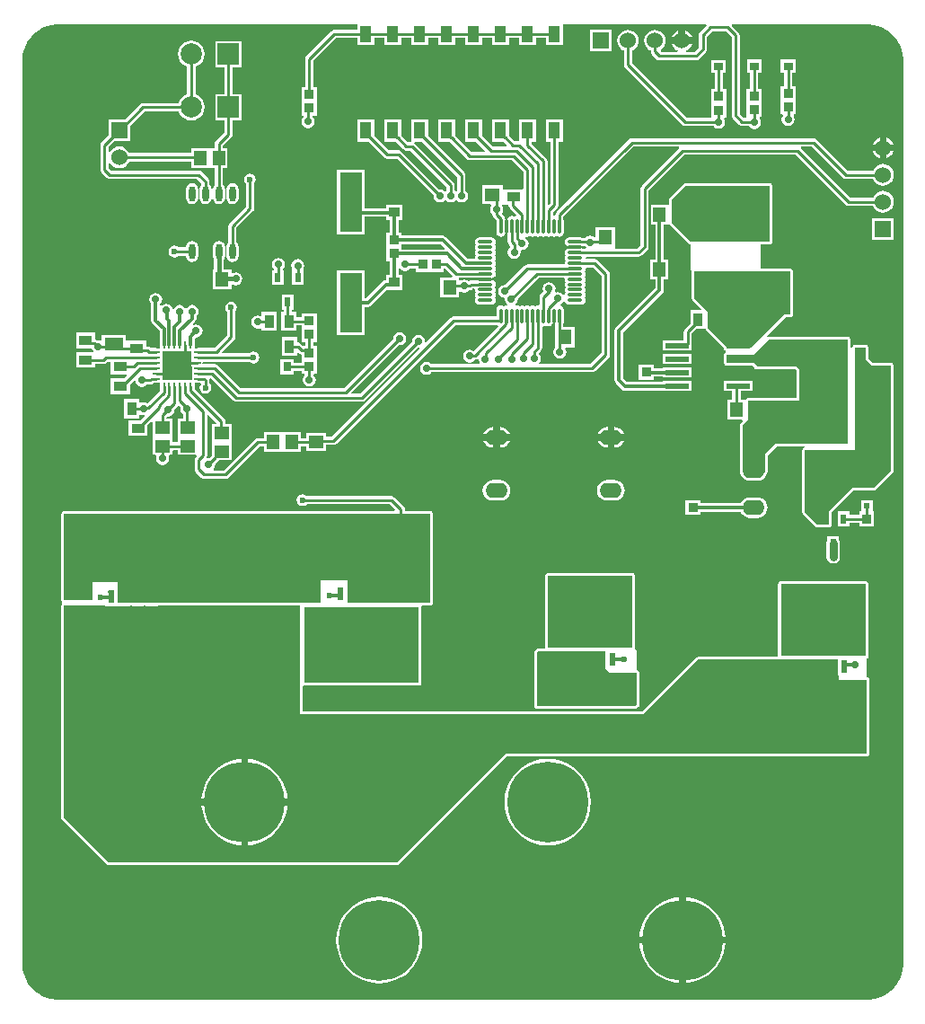
<source format=gtl>
G04*
G04 #@! TF.GenerationSoftware,Altium Limited,Altium Designer,20.2.6 (244)*
G04*
G04 Layer_Physical_Order=1*
G04 Layer_Color=255*
%FSLAX25Y25*%
%MOIN*%
G70*
G04*
G04 #@! TF.SameCoordinates,8FED6943-84A2-46AE-932A-9FA205965DA7*
G04*
G04*
G04 #@! TF.FilePolarity,Positive*
G04*
G01*
G75*
%ADD11C,0.00984*%
%ADD13C,0.00787*%
%ADD15C,0.01000*%
%ADD23R,0.05118X0.03740*%
%ADD24R,0.03740X0.05118*%
%ADD25R,0.05512X0.05118*%
%ADD26R,0.06693X0.04134*%
%ADD27R,0.02756X0.03543*%
%ADD28R,0.04528X0.05315*%
%ADD29O,0.05709X0.01181*%
%ADD30O,0.01181X0.05709*%
%ADD31R,0.05118X0.05512*%
%ADD32O,0.02362X0.05709*%
%ADD33R,0.08300X0.22000*%
%ADD34R,0.04331X0.06299*%
%ADD35R,0.03740X0.03347*%
%ADD36R,0.03347X0.03740*%
%ADD37R,0.03937X0.03543*%
%ADD38R,0.05315X0.04528*%
%ADD39R,0.02756X0.04724*%
%ADD40R,0.02441X0.04724*%
%ADD41R,0.18504X0.18110*%
%ADD42R,0.02362X0.03543*%
%ADD43R,0.00945X0.02559*%
%ADD44R,0.02559X0.00945*%
%ADD45R,0.11024X0.11024*%
%ADD46R,0.07087X0.22441*%
%ADD47R,0.22441X0.07087*%
%ADD48R,0.07087X0.05118*%
%ADD49R,0.14370X0.06299*%
%ADD50R,0.03543X0.02756*%
%ADD51R,0.03543X0.03937*%
%ADD52R,0.08661X0.01968*%
%ADD53R,0.09449X0.12205*%
%ADD54R,0.06693X0.12402*%
%ADD55R,0.02165X0.02165*%
%ADD98C,0.03150*%
%ADD99C,0.01181*%
%ADD100C,0.03000*%
%ADD101C,0.01968*%
%ADD102C,0.01500*%
%ADD103R,0.31500X0.27000*%
%ADD104C,0.06000*%
%ADD105R,0.06000X0.06000*%
%ADD106R,0.06000X0.06000*%
%ADD107C,0.30000*%
%ADD108C,0.07874*%
%ADD109R,0.07874X0.07874*%
%ADD110O,0.08268X0.05512*%
%ADD111C,0.27165*%
%ADD112C,0.02362*%
%ADD113C,0.02756*%
%ADD114C,0.01968*%
G36*
X-39665Y363345D02*
Y361279D01*
X-48250D01*
X-48835Y361163D01*
X-49331Y360831D01*
X-58581Y351581D01*
X-58913Y351085D01*
X-59029Y350500D01*
Y339982D01*
X-60370D01*
Y334636D01*
Y329518D01*
X-59737D01*
X-59635Y329018D01*
X-59714Y328964D01*
X-60240Y328178D01*
X-60425Y327250D01*
X-60240Y326322D01*
X-59714Y325536D01*
X-58928Y325010D01*
X-58000Y324825D01*
X-57072Y325010D01*
X-56286Y325536D01*
X-55760Y326322D01*
X-55576Y327250D01*
X-55760Y328178D01*
X-56286Y328964D01*
X-56365Y329018D01*
X-56263Y329518D01*
X-54630D01*
Y334636D01*
Y339982D01*
X-55971D01*
Y349867D01*
X-47616Y358221D01*
X-39665D01*
Y355600D01*
X-33335D01*
Y358221D01*
X-29665D01*
Y355600D01*
X-23335D01*
Y358221D01*
X-19665D01*
Y355600D01*
X-13335D01*
Y358221D01*
X-9665D01*
Y355600D01*
X-3335D01*
Y358221D01*
X335D01*
Y355600D01*
X6665D01*
Y358221D01*
X10335D01*
Y355600D01*
X16665D01*
Y358221D01*
X20335D01*
Y355600D01*
X26665D01*
Y358221D01*
X30335D01*
Y355600D01*
X36665D01*
Y363345D01*
X89817D01*
X90024Y362845D01*
X87507Y360328D01*
X87177Y359834D01*
X87061Y359252D01*
Y354764D01*
X85393Y353096D01*
X82437D01*
X82338Y353596D01*
X82805Y353789D01*
X83640Y354431D01*
X84281Y355266D01*
X84599Y356033D01*
X76976D01*
X77293Y355266D01*
X77935Y354431D01*
X78770Y353789D01*
X79237Y353596D01*
X79137Y353096D01*
X73250D01*
X72960Y353432D01*
X73030Y353963D01*
X73640Y354431D01*
X74281Y355266D01*
X74685Y356239D01*
X74822Y357283D01*
X74685Y358328D01*
X74281Y359301D01*
X73640Y360136D01*
X72805Y360777D01*
X71832Y361180D01*
X70787Y361318D01*
X69743Y361180D01*
X68770Y360777D01*
X67935Y360136D01*
X67293Y359301D01*
X66890Y358328D01*
X66753Y357283D01*
X66890Y356239D01*
X67293Y355266D01*
X67935Y354431D01*
X68770Y353789D01*
X69266Y353584D01*
Y353228D01*
X69382Y352646D01*
X69712Y352153D01*
X71365Y350499D01*
X71365Y350499D01*
X71859Y350169D01*
X72441Y350054D01*
X86024D01*
X86606Y350169D01*
X87099Y350499D01*
X89658Y353058D01*
X89988Y353552D01*
X90104Y354134D01*
X90104Y354134D01*
Y358622D01*
X92166Y360683D01*
X97205D01*
X99266Y358622D01*
Y329528D01*
X99382Y328945D01*
X99712Y328452D01*
X102074Y326090D01*
X102567Y325760D01*
X103150Y325644D01*
X105682D01*
X105963Y325224D01*
X106749Y324698D01*
X107677Y324513D01*
X108605Y324698D01*
X109392Y325224D01*
X109917Y326010D01*
X110102Y326938D01*
X109917Y327866D01*
X109588Y328358D01*
X109855Y328858D01*
X110547D01*
Y333976D01*
Y339323D01*
X109207D01*
Y345457D01*
X110449D01*
Y350213D01*
X104905D01*
Y345457D01*
X106148D01*
Y339323D01*
X104807D01*
Y333976D01*
Y328858D01*
X104378Y328687D01*
X103780D01*
X102309Y330158D01*
Y359252D01*
X102309Y359252D01*
X102193Y359834D01*
X101863Y360328D01*
X99346Y362845D01*
X99553Y363345D01*
X149498D01*
X150389D01*
X152156Y363112D01*
X153878Y362651D01*
X155524Y361969D01*
X157067Y361078D01*
X158481Y359993D01*
X159741Y358733D01*
X160826Y357319D01*
X161717Y355776D01*
X162399Y354129D01*
X162861Y352408D01*
X163093Y350641D01*
Y349750D01*
X163095Y15000D01*
Y14109D01*
X162863Y12342D01*
X162401Y10621D01*
X161719Y8974D01*
X160828Y7431D01*
X159743Y6017D01*
X158483Y4757D01*
X157069Y3672D01*
X155526Y2781D01*
X153879Y2099D01*
X152158Y1637D01*
X150391Y1405D01*
X-151387D01*
X-153154Y1637D01*
X-154876Y2099D01*
X-156522Y2781D01*
X-158066Y3672D01*
X-159479Y4757D01*
X-160740Y6017D01*
X-161825Y7431D01*
X-162716Y8974D01*
X-163398Y10621D01*
X-163859Y12342D01*
X-164092Y14111D01*
X-164095Y15002D01*
X-164093Y349750D01*
Y350641D01*
X-163861Y352408D01*
X-163399Y354129D01*
X-162717Y355776D01*
X-161826Y357319D01*
X-160741Y358733D01*
X-159481Y359993D01*
X-158067Y361078D01*
X-156524Y361969D01*
X-154878Y362651D01*
X-153156Y363112D01*
X-151389Y363345D01*
X-150498Y363345D01*
X-39665Y363345D01*
D02*
G37*
%LPC*%
G36*
X82037Y361095D02*
Y358534D01*
X84599D01*
X84281Y359301D01*
X83640Y360136D01*
X82805Y360777D01*
X82037Y361095D01*
D02*
G37*
G36*
X79537D02*
X78770Y360777D01*
X77935Y360136D01*
X77293Y359301D01*
X76976Y358534D01*
X79537D01*
Y361095D01*
D02*
G37*
G36*
X54787Y361283D02*
X46787D01*
Y353284D01*
X54787D01*
Y361283D01*
D02*
G37*
G36*
X123047Y350213D02*
X117504D01*
Y345457D01*
X118746D01*
Y340323D01*
X117405D01*
Y334976D01*
Y329858D01*
X117995D01*
X118263Y329358D01*
X118036Y329018D01*
X117851Y328091D01*
X118036Y327163D01*
X118561Y326376D01*
X119348Y325851D01*
X120276Y325666D01*
X121203Y325851D01*
X121990Y326376D01*
X122516Y327163D01*
X122700Y328091D01*
X122516Y329018D01*
X122289Y329358D01*
X122556Y329858D01*
X123146D01*
Y334976D01*
Y340323D01*
X121805D01*
Y345457D01*
X123047D01*
Y350213D01*
D02*
G37*
G36*
X60787Y361318D02*
X59743Y361180D01*
X58770Y360777D01*
X57935Y360136D01*
X57293Y359301D01*
X56890Y358328D01*
X56753Y357283D01*
X56890Y356239D01*
X57293Y355266D01*
X57935Y354431D01*
X58770Y353789D01*
X59266Y353584D01*
Y348268D01*
X59382Y347686D01*
X59712Y347192D01*
X80936Y325968D01*
X81430Y325638D01*
X82012Y325522D01*
X82012Y325522D01*
X92594D01*
X92723Y325329D01*
X93509Y324803D01*
X94437Y324619D01*
X95365Y324803D01*
X96151Y325329D01*
X96677Y326115D01*
X96861Y327043D01*
X96677Y327971D01*
X96450Y328311D01*
X96717Y328811D01*
X97307D01*
Y333929D01*
Y339276D01*
X95966D01*
Y345409D01*
X97209D01*
Y350165D01*
X91665D01*
Y345409D01*
X92908D01*
Y339276D01*
X91567D01*
Y333929D01*
Y328811D01*
X91169Y328565D01*
X82642D01*
X62309Y348898D01*
Y353584D01*
X62805Y353789D01*
X63640Y354431D01*
X64281Y355266D01*
X64684Y356239D01*
X64822Y357283D01*
X64684Y358328D01*
X64281Y359301D01*
X63640Y360136D01*
X62805Y360777D01*
X61832Y361180D01*
X60787Y361318D01*
D02*
G37*
G36*
X-13335Y328073D02*
X-19665D01*
Y319931D01*
X-19665Y319774D01*
X-20064Y319529D01*
X-20866D01*
X-23335Y321997D01*
Y328073D01*
X-29665D01*
Y319774D01*
X-25436D01*
X-22581Y316919D01*
X-22085Y316587D01*
X-21500Y316471D01*
X-20011D01*
X-6529Y302989D01*
Y301588D01*
X-6694Y301478D01*
X-6826Y301411D01*
X-7174D01*
X-7306Y301478D01*
X-8072Y301990D01*
X-9000Y302174D01*
X-9218Y302131D01*
X-23169Y316081D01*
X-23665Y316413D01*
X-24250Y316529D01*
X-27928D01*
X-33335Y321936D01*
Y328073D01*
X-39665D01*
Y319774D01*
X-35497D01*
X-29643Y313919D01*
X-29146Y313587D01*
X-28561Y313471D01*
X-24883D01*
X-11381Y299968D01*
X-11424Y299750D01*
X-11240Y298822D01*
X-10714Y298036D01*
X-9928Y297510D01*
X-9000Y297325D01*
X-8072Y297510D01*
X-7306Y298022D01*
X-7174Y298089D01*
X-6826D01*
X-6694Y298022D01*
X-5928Y297510D01*
X-5000Y297325D01*
X-4072Y297510D01*
X-3306Y298022D01*
X-3174Y298089D01*
X-2826D01*
X-2694Y298022D01*
X-1928Y297510D01*
X-1000Y297325D01*
X-72Y297510D01*
X714Y298036D01*
X1240Y298822D01*
X1424Y299750D01*
X1240Y300678D01*
X714Y301464D01*
X529Y301588D01*
Y307439D01*
X413Y308024D01*
X81Y308520D01*
X-13335Y321936D01*
Y328073D01*
D02*
G37*
G36*
X156750Y321312D02*
Y318750D01*
X159312D01*
X158994Y319517D01*
X158353Y320353D01*
X157517Y320994D01*
X156750Y321312D01*
D02*
G37*
G36*
X154250Y321312D02*
X153483Y320994D01*
X152647Y320353D01*
X152006Y319517D01*
X151688Y318750D01*
X154250D01*
Y321312D01*
D02*
G37*
G36*
Y316250D02*
X151688D01*
X152006Y315483D01*
X152647Y314647D01*
X153483Y314006D01*
X154250Y313688D01*
Y316250D01*
D02*
G37*
G36*
X159312D02*
X156750D01*
Y313688D01*
X157517Y314006D01*
X158353Y314647D01*
X158994Y315483D01*
X159312Y316250D01*
D02*
G37*
G36*
X-86000Y304375D02*
X-86851Y304206D01*
X-87572Y303724D01*
X-88055Y303003D01*
X-88224Y302152D01*
Y298805D01*
X-88055Y297954D01*
X-87572Y297233D01*
X-86851Y296751D01*
X-86000Y296581D01*
X-85149Y296751D01*
X-84427Y297233D01*
X-83946Y297954D01*
X-83776Y298805D01*
Y302152D01*
X-83946Y303003D01*
X-84427Y303724D01*
X-85149Y304206D01*
X-86000Y304375D01*
D02*
G37*
G36*
X-101279Y357230D02*
X-102568Y357060D01*
X-103769Y356562D01*
X-104801Y355771D01*
X-105592Y354740D01*
X-106089Y353539D01*
X-106259Y352250D01*
X-106089Y350961D01*
X-105592Y349760D01*
X-104801Y348729D01*
X-103769Y347937D01*
X-102809Y347540D01*
Y337275D01*
X-103769Y336877D01*
X-104801Y336086D01*
X-105592Y335055D01*
X-105990Y334094D01*
X-119224D01*
X-119810Y333978D01*
X-120306Y333646D01*
X-125952Y328000D01*
X-132000D01*
Y322163D01*
X-134581Y319581D01*
X-134913Y319085D01*
X-135029Y318500D01*
Y309500D01*
X-134913Y308915D01*
X-134581Y308419D01*
X-132581Y306419D01*
X-132085Y306087D01*
X-131500Y305971D01*
X-99133D01*
X-97529Y304366D01*
Y303753D01*
X-97572Y303724D01*
X-98054Y303003D01*
X-98224Y302152D01*
Y298805D01*
X-98054Y297954D01*
X-97572Y297233D01*
X-96851Y296751D01*
X-96000Y296581D01*
X-95149Y296751D01*
X-94428Y297233D01*
X-93945Y297954D01*
X-93776Y298805D01*
Y302152D01*
X-93945Y303003D01*
X-94428Y303724D01*
X-94471Y303753D01*
Y305000D01*
X-94587Y305585D01*
X-94919Y306081D01*
X-97419Y308581D01*
X-97915Y308913D01*
X-98500Y309029D01*
X-130867D01*
X-131971Y310134D01*
Y311700D01*
X-131524Y311955D01*
X-131471Y311952D01*
X-130853Y311147D01*
X-130017Y310506D01*
X-129044Y310103D01*
X-128000Y309965D01*
X-126956Y310103D01*
X-125983Y310506D01*
X-125147Y311147D01*
X-124506Y311983D01*
X-124304Y312471D01*
X-101209D01*
Y310092D01*
X-94819D01*
X-94681Y310092D01*
X-94319D01*
X-94181Y310092D01*
X-92529D01*
Y303753D01*
X-92572Y303724D01*
X-93054Y303003D01*
X-93224Y302152D01*
Y298805D01*
X-93054Y297954D01*
X-92572Y297233D01*
X-91851Y296751D01*
X-91000Y296581D01*
X-90149Y296751D01*
X-89428Y297233D01*
X-88946Y297954D01*
X-88776Y298805D01*
Y302152D01*
X-88946Y303003D01*
X-89428Y303724D01*
X-89471Y303753D01*
Y310092D01*
X-87791D01*
Y317407D01*
X-89526D01*
Y318311D01*
X-86419Y321418D01*
X-86087Y321915D01*
X-85971Y322500D01*
Y327628D01*
X-82563D01*
Y337502D01*
X-85971D01*
Y347313D01*
X-82563D01*
Y357187D01*
X-92437D01*
Y347313D01*
X-89029D01*
Y337502D01*
X-92437D01*
Y327628D01*
X-89029D01*
Y323133D01*
X-92137Y320026D01*
X-92468Y319530D01*
X-92585Y318945D01*
Y317407D01*
X-94181D01*
X-94319Y317407D01*
X-94681D01*
X-94819Y317407D01*
X-101209D01*
Y315529D01*
X-124304D01*
X-124506Y316017D01*
X-125147Y316853D01*
X-125983Y317494D01*
X-126956Y317897D01*
X-128000Y318035D01*
X-129044Y317897D01*
X-130017Y317494D01*
X-130853Y316853D01*
X-131471Y316048D01*
X-131524Y316045D01*
X-131971Y316300D01*
Y317866D01*
X-129837Y320000D01*
X-124000D01*
Y325626D01*
X-118591Y331036D01*
X-105990D01*
X-105592Y330075D01*
X-104801Y329044D01*
X-103769Y328253D01*
X-102568Y327755D01*
X-101279Y327585D01*
X-99991Y327755D01*
X-98790Y328253D01*
X-97758Y329044D01*
X-96967Y330075D01*
X-96470Y331276D01*
X-96300Y332565D01*
X-96470Y333854D01*
X-96967Y335055D01*
X-97758Y336086D01*
X-98790Y336877D01*
X-99750Y337275D01*
Y347540D01*
X-98790Y347937D01*
X-97758Y348729D01*
X-96967Y349760D01*
X-96470Y350961D01*
X-96300Y352250D01*
X-96470Y353539D01*
X-96967Y354740D01*
X-97758Y355771D01*
X-98790Y356562D01*
X-99991Y357060D01*
X-101279Y357230D01*
D02*
G37*
G36*
X-101000Y304375D02*
X-101851Y304206D01*
X-102573Y303724D01*
X-103054Y303003D01*
X-103224Y302152D01*
Y298805D01*
X-103054Y297954D01*
X-102573Y297233D01*
X-101851Y296751D01*
X-101000Y296581D01*
X-100149Y296751D01*
X-99427Y297233D01*
X-98945Y297954D01*
X-98776Y298805D01*
Y302152D01*
X-98945Y303003D01*
X-99427Y303724D01*
X-100149Y304206D01*
X-101000Y304375D01*
D02*
G37*
G36*
X36665Y328073D02*
X30335D01*
Y319774D01*
X31971D01*
Y297073D01*
X31413Y296515D01*
X30951Y296706D01*
Y312579D01*
X30834Y313164D01*
X30503Y313660D01*
X25029Y319133D01*
Y319774D01*
X26665D01*
Y328073D01*
X20335D01*
Y320029D01*
X18633D01*
X16665Y321997D01*
Y328073D01*
X10335D01*
Y319774D01*
X14563D01*
X15846Y318491D01*
X15654Y318029D01*
X10572D01*
X6665Y321936D01*
Y328073D01*
X335D01*
Y319774D01*
X4502D01*
X7785Y316491D01*
X7593Y316029D01*
X2633D01*
X-3335Y321997D01*
Y328073D01*
X-9665D01*
Y319774D01*
X-5437D01*
X919Y313419D01*
X1415Y313087D01*
X2000Y312971D01*
X17866D01*
X21986Y308851D01*
Y302631D01*
X21866Y302181D01*
X18197D01*
X18000Y302220D01*
X17803Y302181D01*
X14756D01*
X14748Y302181D01*
X14256Y302200D01*
Y303660D01*
X6744D01*
Y296541D01*
X9736D01*
X10003Y296041D01*
X9760Y295678D01*
X9576Y294750D01*
X9760Y293822D01*
X10286Y293036D01*
X10506Y292888D01*
Y292715D01*
X10622Y292130D01*
X10954Y291634D01*
X12051Y290536D01*
Y286120D01*
X12175Y285500D01*
X12527Y284973D01*
X13053Y284622D01*
X13673Y284498D01*
X14294Y284622D01*
X14820Y284973D01*
X15171Y285500D01*
X15295Y286120D01*
Y290648D01*
X15171Y291268D01*
X15122Y291342D01*
X15052Y291697D01*
X14720Y292193D01*
X13780Y293133D01*
X14240Y293822D01*
X14424Y294750D01*
X14240Y295678D01*
X13997Y296041D01*
X14256Y296541D01*
X14748Y296522D01*
Y296441D01*
X16471D01*
Y296173D01*
X16587Y295588D01*
X16919Y295092D01*
X19289Y292722D01*
X19124Y292179D01*
X18958Y292146D01*
X18595Y291903D01*
X18231Y292146D01*
X17610Y292269D01*
X16990Y292146D01*
X16464Y291794D01*
X16112Y291268D01*
X15989Y290648D01*
Y286120D01*
X16112Y285500D01*
X16171Y285410D01*
Y282549D01*
X16288Y281964D01*
X16619Y281468D01*
X17034Y281053D01*
X17004Y280546D01*
X16881Y280464D01*
X16356Y279678D01*
X16171Y278750D01*
X16356Y277822D01*
X16881Y277036D01*
X17668Y276510D01*
X18596Y276325D01*
X19523Y276510D01*
X20310Y277036D01*
X20836Y277822D01*
X21020Y278750D01*
X20931Y279201D01*
X21356Y279626D01*
X21500Y279597D01*
X22428Y279782D01*
X23214Y280307D01*
X23740Y281094D01*
X23924Y282022D01*
X23740Y282949D01*
X23214Y283736D01*
X22851Y283979D01*
X22839Y284588D01*
X22880Y284618D01*
X22895Y284622D01*
X23516Y284498D01*
X24136Y284622D01*
X24500Y284865D01*
X24864Y284622D01*
X25484Y284498D01*
X26105Y284622D01*
X26469Y284865D01*
X26832Y284622D01*
X27453Y284498D01*
X28073Y284622D01*
X28437Y284865D01*
X28801Y284622D01*
X29421Y284498D01*
X30042Y284622D01*
X30406Y284865D01*
X30769Y284622D01*
X31390Y284498D01*
X32010Y284622D01*
X32374Y284865D01*
X32738Y284622D01*
X33358Y284498D01*
X33979Y284622D01*
X34343Y284865D01*
X34706Y284622D01*
X35327Y284498D01*
X35947Y284622D01*
X36474Y284973D01*
X36825Y285500D01*
X36948Y286120D01*
Y290648D01*
X36856Y291112D01*
Y291943D01*
X62884Y317971D01*
X79690D01*
X79738Y317908D01*
X79875Y317471D01*
X65919Y303515D01*
X65587Y303018D01*
X65471Y302433D01*
Y281383D01*
X64222Y280135D01*
X56248D01*
X55910Y280494D01*
Y288006D01*
X48791D01*
Y284656D01*
X48291Y284389D01*
X47743Y284755D01*
X46815Y284940D01*
X45888Y284755D01*
X45101Y284230D01*
X45018Y284106D01*
X43862D01*
X43398Y284198D01*
X38870D01*
X38249Y284075D01*
X37723Y283723D01*
X37372Y283197D01*
X37248Y282577D01*
X37372Y281956D01*
X37723Y281430D01*
X38249Y281079D01*
X38870Y280955D01*
X43398D01*
X43862Y281047D01*
X44936D01*
X45101Y280801D01*
X45350Y280634D01*
X45198Y280135D01*
X44023D01*
X44018Y280138D01*
X43398Y280261D01*
X38870D01*
X38249Y280138D01*
X37723Y279786D01*
X37372Y279260D01*
X37248Y278640D01*
X37372Y278019D01*
X37615Y277656D01*
X37372Y277292D01*
X37248Y276671D01*
X37372Y276051D01*
X37615Y275687D01*
X37372Y275323D01*
X37248Y274703D01*
X37259Y274650D01*
X36942Y274264D01*
X23484D01*
X22899Y274147D01*
X22403Y273816D01*
X15218Y266631D01*
X15000Y266674D01*
X14072Y266490D01*
X13286Y265964D01*
X12760Y265178D01*
X12575Y264250D01*
X12760Y263322D01*
X13286Y262536D01*
X14072Y262010D01*
X14692Y261887D01*
X15100Y261374D01*
X15076Y261250D01*
X15260Y260322D01*
X15786Y259536D01*
X15898Y259460D01*
X15703Y258989D01*
X15642Y259002D01*
X15021Y258878D01*
X14658Y258635D01*
X14294Y258878D01*
X13673Y259002D01*
X13053Y258878D01*
X12527Y258527D01*
X12175Y258000D01*
X12051Y257380D01*
Y254882D01*
X-3898D01*
X-4483Y254765D01*
X-4979Y254434D01*
X-14166Y245247D01*
X-14627Y245494D01*
X-14575Y245750D01*
X-14760Y246678D01*
X-15286Y247464D01*
X-16072Y247990D01*
X-17000Y248175D01*
X-17928Y247990D01*
X-18714Y247464D01*
X-19240Y246678D01*
X-19424Y245750D01*
X-19381Y245532D01*
X-38633Y226279D01*
X-41654D01*
X-41846Y226741D01*
X-24218Y244369D01*
X-24000Y244325D01*
X-23072Y244510D01*
X-22286Y245036D01*
X-21760Y245822D01*
X-21576Y246750D01*
X-21760Y247678D01*
X-22286Y248464D01*
X-23072Y248990D01*
X-24000Y249174D01*
X-24928Y248990D01*
X-25714Y248464D01*
X-26240Y247678D01*
X-26425Y246750D01*
X-26381Y246532D01*
X-44633Y228279D01*
X-82867D01*
X-91434Y236847D01*
X-91931Y237179D01*
X-92516Y237295D01*
X-96987D01*
X-97304Y237682D01*
X-97293Y237734D01*
X-97306Y237795D01*
X-96988Y238181D01*
X-79809D01*
X-79775Y238130D01*
X-79054Y237648D01*
X-78203Y237479D01*
X-77352Y237648D01*
X-76630Y238130D01*
X-76148Y238852D01*
X-75979Y239703D01*
X-76148Y240554D01*
X-76630Y241275D01*
X-77352Y241757D01*
X-78203Y241927D01*
X-79054Y241757D01*
X-79775Y241275D01*
X-79809Y241224D01*
X-89710D01*
X-89901Y241686D01*
X-85419Y246168D01*
X-85087Y246665D01*
X-84971Y247250D01*
Y256649D01*
X-84927Y256678D01*
X-84446Y257399D01*
X-84276Y258250D01*
X-84446Y259101D01*
X-84927Y259823D01*
X-85649Y260304D01*
X-86500Y260474D01*
X-87351Y260304D01*
X-88073Y259823D01*
X-88555Y259101D01*
X-88724Y258250D01*
X-88555Y257399D01*
X-88073Y256678D01*
X-88029Y256649D01*
Y247884D01*
X-92712Y243201D01*
X-98823D01*
X-99109Y243144D01*
X-100106D01*
Y243768D01*
X-100081Y243807D01*
X-99957Y244427D01*
Y246801D01*
X-99609Y247149D01*
X-99500Y247127D01*
X-98572Y247312D01*
X-97786Y247837D01*
X-97260Y248624D01*
X-97075Y249552D01*
X-97260Y250480D01*
X-97786Y251266D01*
X-98572Y251792D01*
X-99500Y251976D01*
X-100349Y251807D01*
X-100533Y252001D01*
X-100644Y252220D01*
X-99853Y253010D01*
X-99502Y253537D01*
X-99378Y254157D01*
Y255005D01*
X-99286Y255067D01*
X-98760Y255854D01*
X-98576Y256782D01*
X-98760Y257709D01*
X-99286Y258496D01*
X-100072Y259021D01*
X-101000Y259206D01*
X-101928Y259021D01*
X-102714Y258496D01*
X-102949Y258144D01*
X-103551D01*
X-103786Y258496D01*
X-104572Y259021D01*
X-105500Y259206D01*
X-106428Y259021D01*
X-107214Y258496D01*
X-107676Y257805D01*
X-108070Y257817D01*
X-108196Y257858D01*
X-108260Y258178D01*
X-108786Y258964D01*
X-109572Y259490D01*
X-110500Y259675D01*
X-111428Y259490D01*
X-112214Y258964D01*
X-112378Y258719D01*
X-112878Y258871D01*
Y259474D01*
X-112786Y259536D01*
X-112260Y260322D01*
X-112075Y261250D01*
X-112260Y262178D01*
X-112786Y262964D01*
X-113572Y263490D01*
X-114500Y263674D01*
X-115428Y263490D01*
X-116214Y262964D01*
X-116740Y262178D01*
X-116925Y261250D01*
X-116740Y260322D01*
X-116214Y259536D01*
X-116122Y259474D01*
Y253309D01*
X-115998Y252688D01*
X-115647Y252162D01*
X-113043Y249558D01*
Y244427D01*
X-112919Y243807D01*
X-112894Y243768D01*
Y243144D01*
X-113931D01*
X-114177Y243193D01*
X-116291D01*
X-116424Y243326D01*
X-116918Y243655D01*
X-117500Y243771D01*
X-117898D01*
Y245882D01*
X-125016D01*
Y245882D01*
X-125457Y246024D01*
Y248100D01*
X-134543D01*
Y246259D01*
X-135043Y245970D01*
X-135827Y246125D01*
X-136158Y246059D01*
X-136239Y246141D01*
X-136733Y246470D01*
X-136941Y246512D01*
Y248919D01*
X-144059D01*
Y243179D01*
X-138147D01*
X-138067Y242773D01*
X-137641Y242136D01*
X-137848Y241636D01*
X-144059D01*
Y235896D01*
X-136941D01*
Y237258D01*
X-133858D01*
X-133276Y237374D01*
X-132782Y237704D01*
X-132305Y238181D01*
X-131118D01*
Y233449D01*
X-125261D01*
X-125070Y232987D01*
X-126152Y231906D01*
X-131118D01*
Y226165D01*
X-124000D01*
Y229754D01*
X-122580Y231174D01*
X-122044Y231003D01*
X-121909Y230322D01*
X-121383Y229536D01*
X-120597Y229010D01*
X-119669Y228825D01*
X-118741Y229010D01*
X-117955Y229536D01*
X-117831Y229721D01*
X-116500D01*
X-115915Y229837D01*
X-115419Y230169D01*
X-115288Y230299D01*
X-114177D01*
X-113891Y230356D01*
X-112894D01*
Y229359D01*
X-112951Y229073D01*
Y227462D01*
X-117683Y222730D01*
X-118072Y222990D01*
X-119000Y223175D01*
X-119928Y222990D01*
X-120016Y222931D01*
X-120457Y223167D01*
Y224228D01*
X-126197D01*
Y217110D01*
X-120457D01*
Y218333D01*
X-120016Y218569D01*
X-119928Y218510D01*
X-119000Y218325D01*
X-118732Y218379D01*
X-118485Y217918D01*
X-120049Y216354D01*
X-124622D01*
Y210614D01*
X-117504D01*
Y214597D01*
X-116119Y215981D01*
X-115657Y215790D01*
Y210431D01*
X-115657D01*
Y210069D01*
X-115657D01*
Y203541D01*
X-114553D01*
X-114267Y203041D01*
X-114425Y202250D01*
X-114240Y201322D01*
X-113714Y200536D01*
X-112928Y200010D01*
X-112000Y199826D01*
X-111072Y200010D01*
X-110286Y200536D01*
X-109760Y201322D01*
X-109575Y202250D01*
X-109736Y203059D01*
X-109518Y203423D01*
X-109402Y203541D01*
X-108343D01*
Y204894D01*
X-108313Y205041D01*
X-107850Y205276D01*
X-106158D01*
Y203541D01*
X-99525D01*
X-99334Y203079D01*
X-99581Y202831D01*
X-99913Y202335D01*
X-100029Y201750D01*
Y198250D01*
X-99913Y197665D01*
X-99581Y197169D01*
X-97581Y195169D01*
X-97085Y194837D01*
X-96500Y194721D01*
X-88500D01*
X-87915Y194837D01*
X-87419Y195169D01*
X-75867Y206721D01*
X-74154D01*
Y204592D01*
X-67626D01*
Y204592D01*
X-67264D01*
Y204592D01*
X-60736D01*
Y206721D01*
X-58657D01*
Y205041D01*
X-51342D01*
Y207221D01*
X-48500D01*
X-47915Y207337D01*
X-47419Y207668D01*
X-3264Y251823D01*
X12430D01*
X12495Y251752D01*
X12527Y251706D01*
X12571Y251257D01*
X3453Y242139D01*
X2928Y242490D01*
X2000Y242674D01*
X1072Y242490D01*
X286Y241964D01*
X-240Y241178D01*
X-424Y240250D01*
X-240Y239322D01*
X286Y238536D01*
X1072Y238010D01*
X2000Y237825D01*
X2928Y238010D01*
X3714Y238536D01*
X3961Y238905D01*
X4484Y239009D01*
X4973Y239336D01*
X4997Y239331D01*
X5433Y239087D01*
X5421Y239026D01*
X5606Y238098D01*
X5819Y237779D01*
X5551Y237279D01*
X-12162D01*
X-12286Y237464D01*
X-13072Y237990D01*
X-14000Y238175D01*
X-14928Y237990D01*
X-15714Y237464D01*
X-16240Y236678D01*
X-16424Y235750D01*
X-16240Y234822D01*
X-15714Y234036D01*
X-14928Y233510D01*
X-14000Y233326D01*
X-13072Y233510D01*
X-12286Y234036D01*
X-12162Y234221D01*
X47500Y234221D01*
X48085Y234337D01*
X48581Y234669D01*
X53581Y239669D01*
X53913Y240165D01*
X54029Y240750D01*
Y270750D01*
X53913Y271335D01*
X53581Y271831D01*
X49629Y275784D01*
X49132Y276116D01*
X48547Y276232D01*
X45326D01*
X45009Y276619D01*
X45019Y276671D01*
X45016Y276689D01*
X45333Y277076D01*
X64855D01*
X65440Y277192D01*
X65936Y277524D01*
X68081Y279669D01*
X68413Y280165D01*
X68529Y280750D01*
Y301800D01*
X81700Y314971D01*
X123117D01*
X141669Y296419D01*
X142165Y296087D01*
X142750Y295971D01*
X151804D01*
X152006Y295483D01*
X152647Y294647D01*
X153483Y294006D01*
X154456Y293603D01*
X155500Y293465D01*
X156544Y293603D01*
X157517Y294006D01*
X158353Y294647D01*
X158994Y295483D01*
X159397Y296456D01*
X159535Y297500D01*
X159397Y298544D01*
X158994Y299517D01*
X158353Y300353D01*
X157517Y300994D01*
X156544Y301397D01*
X155500Y301535D01*
X154456Y301397D01*
X153483Y300994D01*
X152647Y300353D01*
X152006Y299517D01*
X151804Y299029D01*
X143384D01*
X124942Y317471D01*
X125079Y317908D01*
X125127Y317971D01*
X129116D01*
X140669Y306419D01*
X141165Y306087D01*
X141750Y305971D01*
X151804D01*
X152006Y305483D01*
X152647Y304647D01*
X153483Y304006D01*
X154456Y303603D01*
X155500Y303466D01*
X156544Y303603D01*
X157517Y304006D01*
X158353Y304647D01*
X158994Y305483D01*
X159397Y306456D01*
X159535Y307500D01*
X159397Y308544D01*
X158994Y309517D01*
X158353Y310353D01*
X157517Y310994D01*
X156544Y311397D01*
X155500Y311535D01*
X154456Y311397D01*
X153483Y310994D01*
X152647Y310353D01*
X152006Y309517D01*
X151804Y309029D01*
X142384D01*
X130832Y320581D01*
X130335Y320913D01*
X129750Y321029D01*
X62250D01*
X61665Y320913D01*
X61169Y320581D01*
X34245Y293658D01*
X33914Y293162D01*
X33819Y292687D01*
X33573Y292392D01*
X33411Y292259D01*
X33358Y292269D01*
X33306Y292259D01*
X32919Y292576D01*
Y293695D01*
X34581Y295357D01*
X34913Y295854D01*
X35029Y296439D01*
Y319774D01*
X36665D01*
Y328073D01*
D02*
G37*
G36*
X159500Y291500D02*
X151500D01*
Y283500D01*
X159500D01*
Y291500D01*
D02*
G37*
G36*
X-101000Y282919D02*
X-101851Y282749D01*
X-102573Y282267D01*
X-103054Y281546D01*
X-103224Y280695D01*
Y280529D01*
X-105899D01*
X-105928Y280573D01*
X-106649Y281055D01*
X-107500Y281224D01*
X-108351Y281055D01*
X-109072Y280573D01*
X-109555Y279851D01*
X-109724Y279000D01*
X-109555Y278149D01*
X-109072Y277428D01*
X-108351Y276945D01*
X-107500Y276776D01*
X-106649Y276945D01*
X-105928Y277428D01*
X-105899Y277471D01*
X-103224D01*
Y277348D01*
X-103054Y276497D01*
X-102573Y275776D01*
X-101851Y275294D01*
X-101000Y275125D01*
X-100149Y275294D01*
X-99427Y275776D01*
X-98945Y276497D01*
X-98776Y277348D01*
Y280695D01*
X-98945Y281546D01*
X-99427Y282267D01*
X-100149Y282749D01*
X-101000Y282919D01*
D02*
G37*
G36*
X-79500Y307974D02*
X-80351Y307805D01*
X-81072Y307323D01*
X-81555Y306601D01*
X-81724Y305750D01*
X-81555Y304899D01*
X-81072Y304177D01*
X-81029Y304149D01*
Y295634D01*
X-87081Y289581D01*
X-87413Y289085D01*
X-87529Y288500D01*
Y282296D01*
X-87572Y282267D01*
X-88055Y281546D01*
X-88224Y280695D01*
Y277348D01*
X-88055Y276497D01*
X-87572Y275776D01*
X-86851Y275294D01*
X-86000Y275125D01*
X-85149Y275294D01*
X-84427Y275776D01*
X-83946Y276497D01*
X-83776Y277348D01*
Y280695D01*
X-83946Y281546D01*
X-84427Y282267D01*
X-84471Y282296D01*
Y287866D01*
X-78419Y293919D01*
X-78087Y294415D01*
X-77971Y295000D01*
Y304149D01*
X-77928Y304177D01*
X-77446Y304899D01*
X-77276Y305750D01*
X-77446Y306601D01*
X-77928Y307323D01*
X-78649Y307805D01*
X-79500Y307974D01*
D02*
G37*
G36*
X-36850Y309449D02*
X-47150D01*
Y285449D01*
X-36850D01*
Y291872D01*
X-28969D01*
Y290821D01*
X-27622D01*
Y285982D01*
X-28870D01*
Y280636D01*
Y275518D01*
X-27622D01*
Y270337D01*
X-28969D01*
Y268337D01*
X-29034D01*
X-29655Y268214D01*
X-30181Y267863D01*
X-36350Y261693D01*
X-36850Y261725D01*
Y272049D01*
X-47150D01*
Y248049D01*
X-36850D01*
Y258428D01*
X-35701D01*
X-35080Y258551D01*
X-34554Y258903D01*
X-28663Y264793D01*
X-23031D01*
Y270337D01*
X-24378D01*
Y272788D01*
X-23878Y272940D01*
X-23608Y272536D01*
X-22821Y272010D01*
X-21894Y271825D01*
X-20966Y272010D01*
X-20179Y272536D01*
X-20056Y272721D01*
X-18067D01*
Y271380D01*
X-7602D01*
Y272646D01*
X-7102Y272690D01*
X-4419Y270006D01*
X-4626Y269506D01*
X-8909D01*
Y261994D01*
X-1791D01*
Y263986D01*
X-1291Y264253D01*
X-928Y264010D01*
X0Y263825D01*
X928Y264010D01*
X1714Y264536D01*
X1838Y264721D01*
X2000D01*
X2585Y264837D01*
X3081Y265168D01*
X3196Y265283D01*
X3674Y265269D01*
X3985Y264883D01*
X3981Y264860D01*
X4104Y264240D01*
X4347Y263876D01*
X4104Y263512D01*
X3981Y262892D01*
X4104Y262271D01*
X4347Y261908D01*
X4104Y261544D01*
X3981Y260923D01*
X4104Y260303D01*
X4456Y259776D01*
X4982Y259425D01*
X5602Y259301D01*
X10130D01*
X10751Y259425D01*
X11277Y259776D01*
X11628Y260303D01*
X11752Y260923D01*
X11628Y261544D01*
X11385Y261908D01*
X11628Y262271D01*
X11752Y262892D01*
X11628Y263512D01*
X11385Y263876D01*
X11628Y264240D01*
X11752Y264860D01*
X11628Y265481D01*
X11385Y265844D01*
X11628Y266208D01*
X11752Y266829D01*
X11628Y267449D01*
X11277Y267975D01*
X10751Y268327D01*
X10130Y268450D01*
X5602D01*
X5138Y268358D01*
X2579D01*
X1993Y268242D01*
X1646Y268010D01*
X928Y268490D01*
X0Y268674D01*
X-928Y268490D01*
X-1291Y268247D01*
X-1791Y268514D01*
Y269236D01*
X5138D01*
X5602Y269144D01*
X10130D01*
X10751Y269268D01*
X11277Y269619D01*
X11628Y270145D01*
X11752Y270766D01*
X11628Y271386D01*
X11385Y271750D01*
X11628Y272114D01*
X11752Y272734D01*
X11628Y273355D01*
X11385Y273719D01*
X11628Y274082D01*
X11752Y274703D01*
X11628Y275323D01*
X11385Y275687D01*
X11628Y276051D01*
X11752Y276671D01*
X11628Y277292D01*
X11385Y277656D01*
X11628Y278019D01*
X11752Y278640D01*
X11628Y279260D01*
X11385Y279624D01*
X11628Y279988D01*
X11752Y280608D01*
X11628Y281229D01*
X11385Y281592D01*
X11628Y281956D01*
X11752Y282577D01*
X11628Y283197D01*
X11277Y283723D01*
X10751Y284075D01*
X10130Y284198D01*
X5602D01*
X4982Y284075D01*
X4456Y283723D01*
X4104Y283197D01*
X3981Y282577D01*
X4104Y281956D01*
X4347Y281592D01*
X4104Y281229D01*
X3981Y280608D01*
X4104Y279988D01*
X4347Y279624D01*
X4104Y279260D01*
X3981Y278640D01*
X4104Y278019D01*
X4347Y277656D01*
X4104Y277292D01*
X3981Y276671D01*
X3696Y276324D01*
X1329D01*
X-6802Y284456D01*
X-7328Y284807D01*
X-7949Y284931D01*
X-23130D01*
Y285982D01*
X-24378D01*
Y290821D01*
X-23031D01*
Y296364D01*
X-28969D01*
Y295116D01*
X-36850D01*
Y309449D01*
D02*
G37*
G36*
X-61760Y276230D02*
X-62688Y276045D01*
X-63474Y275519D01*
X-64000Y274733D01*
X-64184Y273805D01*
X-64000Y272877D01*
X-63799Y272577D01*
X-63941Y272077D01*
X-63941D01*
X-63941Y272077D01*
Y266533D01*
X-59579D01*
Y272077D01*
X-59579Y272077D01*
X-59579D01*
X-59721Y272577D01*
X-59520Y272877D01*
X-59335Y273805D01*
X-59520Y274733D01*
X-60045Y275519D01*
X-60832Y276045D01*
X-61760Y276230D01*
D02*
G37*
G36*
X-69000Y276702D02*
X-69928Y276518D01*
X-70714Y275992D01*
X-71240Y275205D01*
X-71425Y274278D01*
X-71240Y273350D01*
X-70723Y272577D01*
X-70739Y272493D01*
X-70886Y272077D01*
X-71421D01*
Y266533D01*
X-67059D01*
Y272077D01*
X-67114D01*
X-67261Y272493D01*
X-67277Y272577D01*
X-66760Y273350D01*
X-66575Y274278D01*
X-66760Y275205D01*
X-67286Y275992D01*
X-68072Y276518D01*
X-69000Y276702D01*
D02*
G37*
G36*
X-91000Y282919D02*
X-91851Y282749D01*
X-92572Y282267D01*
X-93054Y281546D01*
X-93224Y280695D01*
Y277348D01*
X-93054Y276497D01*
X-92784Y276093D01*
Y272506D01*
X-93409D01*
Y264994D01*
X-86291D01*
Y266526D01*
X-85850Y266762D01*
X-85656Y266632D01*
X-84728Y266447D01*
X-83801Y266632D01*
X-83014Y267158D01*
X-82488Y267944D01*
X-82304Y268872D01*
X-82488Y269800D01*
X-83014Y270586D01*
X-83801Y271112D01*
X-84728Y271297D01*
X-85656Y271112D01*
X-85850Y270982D01*
X-86291Y271218D01*
Y272506D01*
X-89216D01*
Y276093D01*
X-88946Y276497D01*
X-88776Y277348D01*
Y280695D01*
X-88946Y281546D01*
X-89428Y282267D01*
X-90149Y282749D01*
X-91000Y282919D01*
D02*
G37*
G36*
X-69472Y256709D02*
X-75213D01*
Y255332D01*
X-75654Y255097D01*
X-75718Y255140D01*
X-76646Y255324D01*
X-77574Y255140D01*
X-78360Y254614D01*
X-78886Y253828D01*
X-79070Y252900D01*
X-78886Y251972D01*
X-78360Y251185D01*
X-77574Y250660D01*
X-76646Y250475D01*
X-75718Y250660D01*
X-75654Y250703D01*
X-75213Y250467D01*
Y249591D01*
X-69472D01*
Y256709D01*
D02*
G37*
G36*
X-63319Y263022D02*
X-67681D01*
Y257478D01*
X-67029D01*
Y256709D01*
X-67929D01*
Y249591D01*
X-62189D01*
Y251628D01*
X-60370D01*
Y245518D01*
X-59021D01*
Y244041D01*
X-59803D01*
X-60588Y244826D01*
X-61081Y245156D01*
X-61663Y245271D01*
X-61988D01*
Y247309D01*
X-67728D01*
Y240191D01*
X-61988D01*
Y241270D01*
X-61526Y241461D01*
X-61298Y241233D01*
X-60804Y240903D01*
X-60370Y240817D01*
Y237779D01*
X-63366D01*
Y239022D01*
X-68122D01*
Y233478D01*
X-63366D01*
Y234721D01*
X-60370D01*
Y233577D01*
X-59369D01*
X-59214Y233079D01*
X-59740Y232292D01*
X-59925Y231364D01*
X-59740Y230436D01*
X-59214Y229650D01*
X-58428Y229124D01*
X-57500Y228940D01*
X-56572Y229124D01*
X-55786Y229650D01*
X-55260Y230436D01*
X-55076Y231364D01*
X-55260Y232292D01*
X-55786Y233079D01*
X-55631Y233577D01*
X-54630D01*
Y238695D01*
Y244041D01*
X-55979D01*
Y245518D01*
X-54630D01*
Y250636D01*
Y255982D01*
X-60370D01*
Y254671D01*
X-62189D01*
Y256709D01*
X-63971D01*
Y257478D01*
X-63319D01*
Y263022D01*
D02*
G37*
G36*
X84512Y241170D02*
X73850D01*
Y237202D01*
X84512D01*
Y241170D01*
D02*
G37*
G36*
X90500Y238215D02*
X89915Y238099D01*
X89419Y237768D01*
X89087Y237271D01*
X88971Y236686D01*
X89087Y236101D01*
X89419Y235605D01*
X91919Y233105D01*
X92415Y232773D01*
X93000Y232657D01*
X93585Y232773D01*
X94081Y233105D01*
X94413Y233601D01*
X94529Y234186D01*
X94413Y234771D01*
X94081Y235267D01*
X91581Y237768D01*
X91085Y238099D01*
X90500Y238215D01*
D02*
G37*
G36*
X70232Y237120D02*
X64886D01*
Y231380D01*
X70232D01*
Y232564D01*
X73850D01*
Y232202D01*
X84512D01*
Y236170D01*
X73850D01*
Y235808D01*
X70232D01*
Y237120D01*
D02*
G37*
G36*
X113500Y304270D02*
X82000Y304270D01*
X81610Y304192D01*
X81279Y303971D01*
X76279Y298971D01*
X76058Y298640D01*
X75980Y298250D01*
Y296841D01*
X75819Y296408D01*
X75480Y296408D01*
X69291D01*
Y289092D01*
X70933D01*
Y275907D01*
X69181D01*
Y268593D01*
X70933D01*
Y265477D01*
X56353Y250897D01*
X56002Y250371D01*
X55878Y249750D01*
Y231250D01*
X56002Y230629D01*
X56353Y230103D01*
X58635Y227821D01*
X59161Y227470D01*
X59782Y227346D01*
X73850D01*
Y227202D01*
X84512D01*
Y231170D01*
X73850D01*
Y230590D01*
X60454D01*
X59122Y231922D01*
Y249078D01*
X73702Y263658D01*
X74053Y264184D01*
X74177Y264805D01*
Y268593D01*
X75709D01*
Y275907D01*
X74177D01*
Y289092D01*
X75640D01*
X75805Y289092D01*
X75903Y289079D01*
X76289Y289019D01*
X83279Y282029D01*
X83610Y281808D01*
X84000Y281730D01*
Y272000D01*
X84275D01*
X84480Y271750D01*
Y261750D01*
X84558Y261360D01*
X84779Y261029D01*
X88037Y257771D01*
X87846Y257309D01*
X83988D01*
Y252354D01*
X81930Y250296D01*
X81599Y249800D01*
X81482Y249215D01*
Y246170D01*
X73850D01*
Y242202D01*
X84512D01*
Y244523D01*
X84541Y244670D01*
Y248581D01*
X86151Y250191D01*
X89671D01*
X89779Y250029D01*
X92779Y247029D01*
X96480Y243328D01*
Y243250D01*
X96488Y243211D01*
Y242202D01*
X97110D01*
X97159Y241702D01*
X97110Y241692D01*
X96779Y241471D01*
X96578Y241170D01*
X96488D01*
Y240789D01*
X96480Y240750D01*
Y237750D01*
X96488Y237711D01*
Y237202D01*
X96664D01*
X96779Y237029D01*
X97110Y236808D01*
X97500Y236730D01*
X107078Y236730D01*
X107744Y236064D01*
Y235340D01*
X108561D01*
X108610Y235308D01*
X109000Y235230D01*
X123078Y235230D01*
X123480Y234828D01*
Y224717D01*
X105500D01*
X105110Y224639D01*
X104779Y224418D01*
X104653Y224230D01*
X104319Y223868D01*
X102585D01*
Y227202D01*
X107150D01*
Y231170D01*
X96488D01*
Y227202D01*
X99526D01*
Y223868D01*
X97791D01*
Y216553D01*
X103208D01*
X103399Y216091D01*
X102626Y215317D01*
X102404Y214987D01*
X102327Y214597D01*
X102327Y197441D01*
X102404Y197051D01*
X102431Y197011D01*
X102463Y196769D01*
X102841Y195856D01*
X103443Y195071D01*
X104228Y194469D01*
X105142Y194091D01*
X106122Y193962D01*
X108878D01*
X109858Y194091D01*
X110772Y194469D01*
X111557Y195071D01*
X112159Y195856D01*
X112537Y196769D01*
X112546Y196839D01*
X112556Y196854D01*
X112634Y197244D01*
Y197503D01*
X112666Y197750D01*
X112634Y197997D01*
Y203442D01*
X115922Y206730D01*
X126254Y206730D01*
X126303Y206230D01*
X126110Y206192D01*
X125779Y205971D01*
X125558Y205640D01*
X125480Y205250D01*
Y182250D01*
X125558Y181860D01*
X125779Y181529D01*
X130279Y177029D01*
X130610Y176808D01*
X131000Y176730D01*
X135500Y176730D01*
X135890Y176808D01*
X136221Y177029D01*
X136442Y177360D01*
X136520Y177750D01*
X136520Y182328D01*
X144422Y190230D01*
X152000Y190230D01*
X152390Y190308D01*
X152721Y190529D01*
X159221Y197029D01*
X159442Y197360D01*
X159520Y197750D01*
X159520Y236750D01*
X159442Y237140D01*
X159221Y237471D01*
X158890Y237692D01*
X158500Y237770D01*
X151672Y237770D01*
X150020Y239422D01*
Y243250D01*
X149942Y243640D01*
X149772Y243895D01*
Y244218D01*
X149257D01*
X149000Y244270D01*
X145000Y244270D01*
X144743Y244218D01*
X144228D01*
Y243895D01*
X144058Y243640D01*
X144020Y243447D01*
X143520Y243496D01*
Y246250D01*
X143442Y246640D01*
X143221Y246971D01*
X142890Y247192D01*
X142500Y247270D01*
X113000D01*
X112610Y247192D01*
X112553Y247154D01*
X112234Y247543D01*
X119422Y254730D01*
X121000D01*
X121390Y254808D01*
X121721Y255029D01*
X121942Y255360D01*
X122020Y255750D01*
Y271750D01*
X121942Y272140D01*
X121721Y272471D01*
X121390Y272692D01*
X121000Y272770D01*
X110000Y272770D01*
Y281730D01*
X113500D01*
X113890Y281808D01*
X114221Y282029D01*
X114442Y282360D01*
X114520Y282750D01*
X114520Y303250D01*
X114442Y303640D01*
X114221Y303971D01*
X113890Y304192D01*
X113500Y304270D01*
D02*
G37*
G36*
X55878Y213881D02*
X55750D01*
Y211343D01*
X59425D01*
X59159Y211987D01*
X58557Y212771D01*
X57772Y213373D01*
X56858Y213752D01*
X55878Y213881D01*
D02*
G37*
G36*
X13378D02*
X13250D01*
Y211343D01*
X16926D01*
X16659Y211987D01*
X16057Y212771D01*
X15272Y213373D01*
X14358Y213752D01*
X13378Y213881D01*
D02*
G37*
G36*
X53250D02*
X53122D01*
X52142Y213752D01*
X51228Y213373D01*
X50443Y212771D01*
X49841Y211987D01*
X49575Y211343D01*
X53250D01*
Y213881D01*
D02*
G37*
G36*
X10750D02*
X10622D01*
X9642Y213752D01*
X8728Y213373D01*
X7943Y212771D01*
X7341Y211987D01*
X7074Y211343D01*
X10750D01*
Y213881D01*
D02*
G37*
G36*
X59425Y208842D02*
X55750D01*
Y206304D01*
X55878D01*
X56858Y206433D01*
X57772Y206812D01*
X58557Y207414D01*
X59159Y208198D01*
X59425Y208842D01*
D02*
G37*
G36*
X53250D02*
X49575D01*
X49841Y208198D01*
X50443Y207414D01*
X51228Y206812D01*
X52142Y206433D01*
X53122Y206304D01*
X53250D01*
Y208842D01*
D02*
G37*
G36*
X16926D02*
X13250D01*
Y206304D01*
X13378D01*
X14358Y206433D01*
X15272Y206812D01*
X16057Y207414D01*
X16659Y208198D01*
X16926Y208842D01*
D02*
G37*
G36*
X10750D02*
X7074D01*
X7341Y208198D01*
X7943Y207414D01*
X8728Y206812D01*
X9642Y206433D01*
X10622Y206304D01*
X10750D01*
Y208842D01*
D02*
G37*
G36*
X55878Y194196D02*
X53122D01*
X52142Y194067D01*
X51228Y193688D01*
X50443Y193086D01*
X49841Y192302D01*
X49463Y191388D01*
X49334Y190408D01*
X49463Y189427D01*
X49841Y188513D01*
X50443Y187729D01*
X51228Y187127D01*
X52142Y186748D01*
X53122Y186619D01*
X55878D01*
X56858Y186748D01*
X57772Y187127D01*
X58557Y187729D01*
X59159Y188513D01*
X59537Y189427D01*
X59666Y190408D01*
X59537Y191388D01*
X59159Y192302D01*
X58557Y193086D01*
X57772Y193688D01*
X56858Y194067D01*
X55878Y194196D01*
D02*
G37*
G36*
X13378D02*
X10622D01*
X9642Y194067D01*
X8728Y193688D01*
X7943Y193086D01*
X7341Y192302D01*
X6963Y191388D01*
X6834Y190408D01*
X6963Y189427D01*
X7341Y188513D01*
X7943Y187729D01*
X8728Y187127D01*
X9642Y186748D01*
X10622Y186619D01*
X13378D01*
X14358Y186748D01*
X15272Y187127D01*
X16057Y187729D01*
X16659Y188513D01*
X17037Y189427D01*
X17166Y190408D01*
X17037Y191388D01*
X16659Y192302D01*
X16057Y193086D01*
X15272Y193688D01*
X14358Y194067D01*
X13378Y194196D01*
D02*
G37*
G36*
X108878Y187759D02*
X106122D01*
X105142Y187630D01*
X104228Y187251D01*
X103443Y186649D01*
X102841Y185865D01*
X102751Y185647D01*
X87870D01*
Y186644D01*
X82130D01*
Y181297D01*
X87870D01*
Y182404D01*
X102706D01*
X102841Y182076D01*
X103443Y181292D01*
X104228Y180690D01*
X105142Y180311D01*
X106122Y180182D01*
X108878D01*
X109858Y180311D01*
X110772Y180690D01*
X111557Y181292D01*
X112159Y182076D01*
X112537Y182990D01*
X112666Y183970D01*
X112537Y184951D01*
X112159Y185865D01*
X111557Y186649D01*
X110772Y187251D01*
X109858Y187630D01*
X108878Y187759D01*
D02*
G37*
G36*
X151583Y186833D02*
X147417D01*
Y184847D01*
X147378Y184652D01*
X147417Y184456D01*
Y182667D01*
X146937Y182620D01*
X146768D01*
Y181299D01*
X142921D01*
Y182549D01*
X138559D01*
Y177006D01*
X142921D01*
Y178256D01*
X146768D01*
Y176880D01*
X152114D01*
Y182620D01*
X152063D01*
X151583Y182667D01*
Y186833D01*
D02*
G37*
G36*
X139181Y173494D02*
X134819D01*
Y171958D01*
X134645Y171698D01*
X134451Y170722D01*
Y165750D01*
X134645Y164775D01*
X135198Y163948D01*
X136024Y163395D01*
X137000Y163201D01*
X137976Y163395D01*
X138802Y163948D01*
X139355Y164775D01*
X139549Y165750D01*
Y170722D01*
X139355Y171698D01*
X139181Y171958D01*
Y173494D01*
D02*
G37*
G36*
X62500Y159770D02*
X31000D01*
X30610Y159692D01*
X30279Y159471D01*
X30058Y159140D01*
X29980Y158750D01*
Y131770D01*
X27500D01*
X27110Y131692D01*
X26779Y131471D01*
X26279Y130971D01*
X26058Y130640D01*
X25980Y130250D01*
Y110250D01*
X26058Y109860D01*
X26279Y109529D01*
X26610Y109308D01*
X27000Y109230D01*
X63500D01*
X63890Y109308D01*
X64221Y109529D01*
X64721Y110029D01*
X64942Y110360D01*
X65020Y110750D01*
Y122750D01*
X64942Y123140D01*
X64721Y123471D01*
X64390Y123692D01*
X64000Y123770D01*
Y130755D01*
X64000Y130860D01*
X63721Y131140D01*
X63498Y131640D01*
X63520Y131750D01*
Y158750D01*
X63442Y159140D01*
X63221Y159471D01*
X62890Y159692D01*
X62500Y159770D01*
D02*
G37*
G36*
X-60000Y188974D02*
X-60851Y188804D01*
X-61572Y188322D01*
X-62055Y187601D01*
X-62224Y186750D01*
X-62055Y185899D01*
X-61572Y185178D01*
X-60851Y184695D01*
X-60000Y184526D01*
X-59149Y184695D01*
X-58428Y185178D01*
X-58399Y185221D01*
X-27634D01*
X-25644Y183231D01*
X-25836Y182770D01*
X-75500Y182770D01*
X-148500D01*
X-148890Y182692D01*
X-149221Y182471D01*
X-149442Y182140D01*
X-149520Y181750D01*
Y149750D01*
X-149442Y149360D01*
X-149221Y149029D01*
Y148471D01*
X-149442Y148140D01*
X-149520Y147750D01*
Y68750D01*
X-149442Y68360D01*
X-149221Y68029D01*
X-132721Y51529D01*
X-132390Y51308D01*
X-132000Y51230D01*
X-25000D01*
X-24610Y51308D01*
X-24279Y51529D01*
X15922Y91730D01*
X149498Y91730D01*
X149889Y91808D01*
X150219Y92029D01*
X150440Y92360D01*
X150518Y92750D01*
X150518Y120140D01*
X150440Y120530D01*
X150219Y120861D01*
X149889Y121082D01*
X149500Y121159D01*
Y127881D01*
X149721Y128029D01*
X149942Y128360D01*
X150020Y128750D01*
Y155750D01*
X149942Y156140D01*
X149721Y156471D01*
X149390Y156692D01*
X149000Y156770D01*
X117500D01*
X117110Y156692D01*
X116779Y156471D01*
X116558Y156140D01*
X116480Y155750D01*
Y128770D01*
X87000D01*
X86610Y128692D01*
X86279Y128471D01*
X66078Y108270D01*
X-59980D01*
Y117659D01*
X-59480Y118002D01*
X-59350Y117976D01*
X-16831D01*
X-16441Y118054D01*
X-16110Y118275D01*
X-15889Y118606D01*
X-15811Y118996D01*
Y146949D01*
X-15867Y147230D01*
X-15672Y147589D01*
X-15549Y147730D01*
X-12500D01*
X-12110Y147808D01*
X-11779Y148029D01*
X-11558Y148360D01*
X-11480Y148750D01*
X-11480Y181750D01*
X-11558Y182140D01*
X-11779Y182471D01*
X-12110Y182692D01*
X-12500Y182770D01*
X-21971D01*
Y183250D01*
X-22087Y183835D01*
X-22419Y184331D01*
X-25919Y187831D01*
X-26415Y188163D01*
X-27000Y188279D01*
X-58399D01*
X-58428Y188322D01*
X-59149Y188804D01*
X-60000Y188974D01*
D02*
G37*
G36*
X31000Y90750D02*
X28489Y90552D01*
X26040Y89964D01*
X23714Y89000D01*
X21566Y87684D01*
X19651Y86049D01*
X18016Y84134D01*
X16700Y81986D01*
X15736Y79660D01*
X15148Y77211D01*
X14951Y74700D01*
X15148Y72189D01*
X15736Y69740D01*
X16700Y67414D01*
X18016Y65266D01*
X19651Y63351D01*
X21566Y61716D01*
X23714Y60400D01*
X26040Y59436D01*
X28489Y58848D01*
X31000Y58650D01*
X33511Y58848D01*
X35960Y59436D01*
X38286Y60400D01*
X40434Y61716D01*
X42349Y63351D01*
X43984Y65266D01*
X45300Y67414D01*
X46264Y69740D01*
X46852Y72189D01*
X47049Y74700D01*
X46852Y77211D01*
X46264Y79660D01*
X45300Y81986D01*
X43984Y84134D01*
X42349Y86049D01*
X40434Y87684D01*
X38286Y89000D01*
X35960Y89964D01*
X33511Y90552D01*
X31000Y90750D01*
D02*
G37*
G36*
X82250Y39451D02*
Y24750D01*
X96951D01*
X96852Y26011D01*
X96264Y28460D01*
X95300Y30786D01*
X93984Y32934D01*
X92349Y34849D01*
X90434Y36484D01*
X88286Y37800D01*
X85960Y38764D01*
X83511Y39352D01*
X82250Y39451D01*
D02*
G37*
G36*
X79750D02*
X78489Y39352D01*
X76040Y38764D01*
X73714Y37800D01*
X71566Y36484D01*
X69651Y34849D01*
X68016Y32934D01*
X66700Y30786D01*
X65736Y28460D01*
X65148Y26011D01*
X65049Y24750D01*
X79750D01*
Y39451D01*
D02*
G37*
G36*
X96951Y22250D02*
X82250D01*
Y7549D01*
X83511Y7648D01*
X85960Y8236D01*
X88286Y9200D01*
X90434Y10516D01*
X92349Y12151D01*
X93984Y14066D01*
X95300Y16214D01*
X96264Y18540D01*
X96852Y20989D01*
X96951Y22250D01*
D02*
G37*
G36*
X79750D02*
X65049D01*
X65148Y20989D01*
X65736Y18540D01*
X66700Y16214D01*
X68016Y14066D01*
X69651Y12151D01*
X71566Y10516D01*
X73714Y9200D01*
X76040Y8236D01*
X78489Y7648D01*
X79750Y7549D01*
Y22250D01*
D02*
G37*
G36*
X-31500Y39549D02*
X-34011Y39352D01*
X-36460Y38764D01*
X-38786Y37800D01*
X-40934Y36484D01*
X-42849Y34849D01*
X-44484Y32934D01*
X-45800Y30786D01*
X-46764Y28460D01*
X-47352Y26011D01*
X-47550Y23500D01*
X-47352Y20989D01*
X-46764Y18540D01*
X-45800Y16214D01*
X-44484Y14066D01*
X-42849Y12151D01*
X-40934Y10516D01*
X-38786Y9200D01*
X-36460Y8236D01*
X-34011Y7648D01*
X-31500Y7451D01*
X-28989Y7648D01*
X-26540Y8236D01*
X-24214Y9200D01*
X-22066Y10516D01*
X-20151Y12151D01*
X-18516Y14066D01*
X-17200Y16214D01*
X-16236Y18540D01*
X-15648Y20989D01*
X-15450Y23500D01*
X-15648Y26011D01*
X-16236Y28460D01*
X-17200Y30786D01*
X-18516Y32934D01*
X-20151Y34849D01*
X-22066Y36484D01*
X-24214Y37800D01*
X-26540Y38764D01*
X-28989Y39352D01*
X-31500Y39549D01*
D02*
G37*
%LPD*%
G36*
X-2529Y306805D02*
Y301588D01*
X-2694Y301478D01*
X-2826Y301411D01*
X-3044D01*
X-3471Y301788D01*
Y303622D01*
X-3587Y304207D01*
X-3919Y304703D01*
X-18296Y319081D01*
X-18584Y319274D01*
X-18432Y319774D01*
X-15497D01*
X-2529Y306805D01*
D02*
G37*
G36*
X37259Y268850D02*
X37248Y268797D01*
X37372Y268177D01*
X37615Y267813D01*
X37372Y267449D01*
X37248Y266829D01*
X37372Y266208D01*
X37615Y265844D01*
X37372Y265481D01*
X37248Y264860D01*
X37372Y264240D01*
X37615Y263876D01*
X37372Y263512D01*
X37284Y263073D01*
X36766Y262950D01*
X36539Y263289D01*
X35752Y263815D01*
X34825Y263999D01*
X34054Y263846D01*
X33728Y264257D01*
X33737Y264271D01*
X33922Y265199D01*
X33737Y266127D01*
X33212Y266914D01*
X32425Y267439D01*
X31497Y267624D01*
X30569Y267439D01*
X29783Y266914D01*
X29257Y266127D01*
X29073Y265199D01*
X29257Y264271D01*
X29298Y264211D01*
X28340Y263253D01*
X28008Y262756D01*
X27892Y262171D01*
Y259308D01*
X27505Y258991D01*
X27453Y259002D01*
X26832Y258878D01*
X26469Y258635D01*
X26105Y258878D01*
X25484Y259002D01*
X24864Y258878D01*
X24500Y258635D01*
X24136Y258878D01*
X23516Y259002D01*
X22895Y258878D01*
X22532Y258635D01*
X22168Y258878D01*
X21547Y259002D01*
X20927Y258878D01*
X20563Y258635D01*
X20199Y258878D01*
X19579Y259002D01*
X19204Y258927D01*
X19008Y259398D01*
X19214Y259536D01*
X19740Y260322D01*
X19925Y261250D01*
X19881Y261468D01*
X27649Y269236D01*
X36942D01*
X37259Y268850D01*
D02*
G37*
G36*
X50971Y270116D02*
Y241384D01*
X46867Y237279D01*
X28145D01*
X27877Y237779D01*
X28240Y238322D01*
X28425Y239250D01*
X28240Y240178D01*
X27714Y240964D01*
X27873Y241460D01*
X28534Y242121D01*
X28866Y242618D01*
X28982Y243203D01*
Y250924D01*
X29369Y251241D01*
X29421Y251231D01*
X30042Y251354D01*
X30406Y251597D01*
X30769Y251354D01*
X31390Y251231D01*
X32010Y251354D01*
X32537Y251706D01*
X32888Y252232D01*
X33011Y252852D01*
Y257380D01*
X33009Y257390D01*
X33238Y257596D01*
X33619Y257420D01*
X33705Y257344D01*
Y252852D01*
X33797Y252388D01*
Y251006D01*
X33791D01*
Y243494D01*
X33541Y243098D01*
X33260Y242678D01*
X33075Y241750D01*
X33260Y240822D01*
X33786Y240036D01*
X34572Y239510D01*
X35500Y239325D01*
X36428Y239510D01*
X37214Y240036D01*
X37740Y240822D01*
X37925Y241750D01*
X37740Y242678D01*
X37529Y242994D01*
X37796Y243494D01*
X40909D01*
Y251006D01*
X36856D01*
Y252388D01*
X36948Y252852D01*
Y257380D01*
X36825Y258000D01*
X36474Y258527D01*
X35947Y258878D01*
X35912Y258885D01*
X35882Y258968D01*
X35859Y259406D01*
X36539Y259860D01*
X36856Y260334D01*
X37146Y260316D01*
X37404Y260255D01*
X37723Y259776D01*
X38249Y259425D01*
X38870Y259301D01*
X43398D01*
X44018Y259425D01*
X44544Y259776D01*
X44896Y260303D01*
X45019Y260923D01*
X44896Y261544D01*
X44653Y261908D01*
X44896Y262271D01*
X45019Y262892D01*
X44896Y263512D01*
X44653Y263876D01*
X44896Y264240D01*
X45019Y264860D01*
X44896Y265481D01*
X44653Y265844D01*
X44896Y266208D01*
X45019Y266829D01*
X44896Y267449D01*
X44653Y267813D01*
X44896Y268177D01*
X45019Y268797D01*
X44896Y269418D01*
X44653Y269781D01*
X44896Y270145D01*
X45019Y270766D01*
X44896Y271386D01*
X44653Y271750D01*
X44896Y272114D01*
X45019Y272734D01*
X45009Y272787D01*
X45326Y273173D01*
X47914D01*
X50971Y270116D01*
D02*
G37*
G36*
X-16497Y242916D02*
X-49134Y210279D01*
X-51342D01*
Y211569D01*
X-58657D01*
Y209779D01*
X-60736D01*
Y211908D01*
X-67264D01*
Y211908D01*
X-67626D01*
Y211908D01*
X-74154D01*
Y209779D01*
X-76500D01*
X-77085Y209663D01*
X-77581Y209331D01*
X-89134Y197779D01*
X-92995D01*
X-93110Y198279D01*
X-92610Y199027D01*
X-92425Y199955D01*
X-92469Y200173D01*
X-91101Y201541D01*
X-86343D01*
Y208069D01*
X-86343D01*
Y208431D01*
X-86343D01*
Y214959D01*
X-88628D01*
Y215908D01*
X-88744Y216493D01*
X-89076Y216989D01*
X-100049Y227962D01*
Y229073D01*
X-100106Y229359D01*
Y230356D01*
X-99109D01*
X-98823Y230299D01*
X-98025D01*
X-97758Y229799D01*
X-98066Y229337D01*
X-98236Y228486D01*
X-98066Y227635D01*
X-97584Y226914D01*
X-96863Y226432D01*
X-96012Y226262D01*
X-95161Y226432D01*
X-94439Y226914D01*
X-93957Y227635D01*
X-93788Y228486D01*
X-93957Y229337D01*
X-94439Y230059D01*
X-94482Y230087D01*
Y231214D01*
X-94533Y231469D01*
X-94191Y231998D01*
X-93942Y232029D01*
X-85581Y223669D01*
X-85085Y223337D01*
X-84500Y223221D01*
X-38000D01*
X-37415Y223337D01*
X-36919Y223669D01*
X-17218Y243369D01*
X-17000Y243325D01*
X-16744Y243376D01*
X-16497Y242916D01*
D02*
G37*
G36*
X-105077Y240336D02*
X-106597Y238816D01*
X-107581Y237831D01*
X-110086Y235327D01*
X-111898D01*
Y236262D01*
Y238230D01*
Y240199D01*
Y242148D01*
X-105077D01*
Y240336D01*
D02*
G37*
G36*
X-101102Y234293D02*
Y232325D01*
Y231352D01*
X-111898D01*
Y232268D01*
X-109453D01*
X-108868Y232384D01*
X-108371Y232716D01*
X-105419Y235668D01*
X-104882Y236205D01*
X-101102D01*
Y234293D01*
D02*
G37*
G36*
X-105331Y221223D02*
X-105424Y220750D01*
X-105240Y219822D01*
X-104714Y219036D01*
X-104377Y218810D01*
Y216959D01*
X-106158D01*
Y210431D01*
X-106158D01*
Y210069D01*
X-106158D01*
Y208334D01*
X-108343D01*
Y210069D01*
X-108343D01*
Y210431D01*
X-108343D01*
Y216959D01*
X-110471D01*
Y217482D01*
X-110062Y217838D01*
X-110000Y217825D01*
X-109072Y218010D01*
X-108286Y218536D01*
X-107760Y219322D01*
X-107576Y220250D01*
X-107619Y220468D01*
X-106403Y221684D01*
X-106377Y221723D01*
X-105879Y221772D01*
X-105331Y221223D01*
D02*
G37*
G36*
X-91872Y215459D02*
X-92079Y214959D01*
X-93657D01*
Y208431D01*
X-93657D01*
Y208069D01*
X-93657D01*
Y203310D01*
X-94632Y202336D01*
X-94850Y202380D01*
X-95196Y202311D01*
X-95507Y202745D01*
X-95391Y203330D01*
Y218325D01*
X-94929Y218516D01*
X-91872Y215459D01*
D02*
G37*
G36*
X-7208Y280275D02*
X-7399Y279813D01*
X-23130D01*
Y281687D01*
X-8621D01*
X-7208Y280275D01*
D02*
G37*
G36*
X113500Y282750D02*
X84000D01*
X77000Y289750D01*
X77000Y298250D01*
X82000Y303250D01*
X113500Y303250D01*
X113500Y282750D01*
D02*
G37*
G36*
X121000Y271750D02*
Y255750D01*
X119000D01*
X106500Y243250D01*
X97500D01*
X97500Y243750D01*
X93500Y247750D01*
X90500Y250750D01*
X90500Y256750D01*
X88500Y258750D01*
X85500Y261750D01*
Y271750D01*
X121000Y271750D01*
D02*
G37*
G36*
X149000Y239000D02*
X151250Y236750D01*
X158500Y236750D01*
X158500Y197750D01*
X152000Y191250D01*
X144000Y191250D01*
X135500Y182750D01*
X135500Y177750D01*
X131000Y177750D01*
X126500Y182250D01*
Y205250D01*
X145000Y205250D01*
X145000Y243250D01*
X149000Y243250D01*
Y239000D01*
D02*
G37*
G36*
X142500Y238250D02*
Y207750D01*
X115500Y207750D01*
X111614Y203864D01*
Y197244D01*
X109449Y195079D01*
X105709Y195079D01*
X103346Y197441D01*
X103347Y214597D01*
X105500Y216750D01*
Y223697D01*
X124500D01*
Y235250D01*
X123500Y236250D01*
X109000Y236250D01*
X107500Y237750D01*
X97500Y237750D01*
Y240750D01*
X107500D01*
X113000Y246250D01*
X142500D01*
Y238250D01*
D02*
G37*
G36*
X52500Y124250D02*
X54000Y122750D01*
X64000D01*
Y110750D01*
X63500Y110250D01*
X27000D01*
Y130250D01*
X27500Y130750D01*
X52500D01*
Y124250D01*
D02*
G37*
G36*
X-12500Y148750D02*
X-42890D01*
X-43000Y148640D01*
X-43279Y148919D01*
Y157140D01*
X-53280Y157140D01*
Y148640D01*
X-128500D01*
Y156250D01*
X-138000D01*
Y149750D01*
X-148500D01*
Y181750D01*
X-75500D01*
X-12500Y181750D01*
X-12500Y148750D01*
D02*
G37*
G36*
X-16831Y118996D02*
X-59350D01*
Y146949D01*
X-16831D01*
Y118996D01*
D02*
G37*
G36*
X-133280Y147510D02*
X-128839D01*
Y147510D01*
X-128720Y147607D01*
X-128220Y147510D01*
Y147510D01*
X-123779D01*
Y147620D01*
X-123221D01*
Y147510D01*
X-118780D01*
Y147620D01*
X-118161D01*
Y147510D01*
X-113721D01*
Y147620D01*
X-61000D01*
Y107250D01*
X66500D01*
X87000Y127750D01*
X117402D01*
X117500Y127730D01*
X138839D01*
Y121766D01*
X139220D01*
Y120140D01*
X149498Y120140D01*
X149498Y92750D01*
X15500Y92750D01*
X-25000Y52250D01*
X-132000D01*
X-148500Y68750D01*
Y147750D01*
X-133280D01*
Y147510D01*
D02*
G37*
%LPC*%
G36*
X-80250Y90651D02*
Y75950D01*
X-65549D01*
X-65648Y77211D01*
X-66236Y79660D01*
X-67200Y81986D01*
X-68516Y84134D01*
X-70151Y86049D01*
X-72066Y87684D01*
X-74214Y89000D01*
X-76540Y89964D01*
X-78989Y90552D01*
X-80250Y90651D01*
D02*
G37*
G36*
X-82750D02*
X-84011Y90552D01*
X-86460Y89964D01*
X-88786Y89000D01*
X-90934Y87684D01*
X-92849Y86049D01*
X-94484Y84134D01*
X-95800Y81986D01*
X-96764Y79660D01*
X-97352Y77211D01*
X-97451Y75950D01*
X-82750D01*
Y90651D01*
D02*
G37*
G36*
X-65549Y73450D02*
X-80250D01*
Y58749D01*
X-78989Y58848D01*
X-76540Y59436D01*
X-74214Y60400D01*
X-72066Y61716D01*
X-70151Y63351D01*
X-68516Y65266D01*
X-67200Y67414D01*
X-66236Y69740D01*
X-65648Y72189D01*
X-65549Y73450D01*
D02*
G37*
G36*
X-82750D02*
X-97451D01*
X-97352Y72189D01*
X-96764Y69740D01*
X-95800Y67414D01*
X-94484Y65266D01*
X-92849Y63351D01*
X-90934Y61716D01*
X-88786Y60400D01*
X-86460Y59436D01*
X-84011Y58848D01*
X-82750Y58749D01*
Y73450D01*
D02*
G37*
%LPD*%
D11*
X-127559Y236319D02*
X-122736D01*
X-121321Y237734D02*
X-114177D01*
X-122736Y236319D02*
X-121321Y237734D01*
X-120140Y235766D02*
X-114177D01*
X-120472Y235433D02*
X-120140Y235766D01*
X-126870Y229035D02*
X-120473Y235433D01*
X-120472D01*
X-127559Y229035D02*
X-126870D01*
X-140500Y238766D02*
X-140486Y238779D01*
X-133858D01*
X-132935Y239703D02*
X-114177D01*
X-133858Y238779D02*
X-132935Y239703D01*
X-119980Y214272D02*
X-113386Y220866D01*
Y221654D02*
X-109453Y225587D01*
X-113386Y220866D02*
Y221654D01*
X-120669Y214272D02*
X-119980D01*
X-109453Y225587D02*
Y229073D01*
X-61663Y243750D02*
X-60222Y242309D01*
X-65842Y243750D02*
X-61663D01*
X-60222Y242309D02*
X-58441D01*
X-57500Y241368D01*
X-65059Y253150D02*
X-57660D01*
X-57529Y253279D01*
X-57500Y241368D02*
Y248191D01*
X70787Y353228D02*
Y357283D01*
Y353228D02*
X72441Y351575D01*
X86024D01*
X82012Y327043D02*
X94437D01*
X60787Y348268D02*
X82012Y327043D01*
X60787Y348268D02*
Y357283D01*
X88583Y354134D02*
Y359252D01*
X86024Y351575D02*
X88583Y354134D01*
X91535Y362205D02*
X97835D01*
X88583Y359252D02*
X91535Y362205D01*
X97835D02*
X100787Y359252D01*
Y329528D02*
Y359252D01*
X107450Y327165D02*
X107677Y326938D01*
X103150Y327165D02*
X107450D01*
X100787Y329528D02*
X103150Y327165D01*
X-98823Y239703D02*
X-78203D01*
X140740Y179778D02*
X148969D01*
X149441Y180250D01*
X149500Y180309D02*
Y184750D01*
X149441Y179750D02*
X149500Y179809D01*
X-140500Y245065D02*
X-137315D01*
X-136000Y243750D01*
X-130791D02*
X-130000Y244541D01*
X-136000Y243750D02*
X-130791D01*
X-121697Y243092D02*
X-120854Y242250D01*
X-121697Y243092D02*
X-121500D01*
X-128551D02*
X-121697D01*
X-130000Y244541D02*
X-128551Y243092D01*
X-120854Y242250D02*
X-117500D01*
X-116921Y241671D02*
X-114177D01*
X-117500Y242250D02*
X-116921Y241671D01*
D13*
X3500Y322939D02*
Y323923D01*
D15*
X21547Y288384D02*
Y292626D01*
X18000Y296173D02*
X21547Y292626D01*
X18000Y296173D02*
Y300691D01*
X18000Y300691D01*
X-119669Y231250D02*
X-116500D01*
X-119669Y231250D02*
X-119669Y231250D01*
X-115921Y231829D02*
X-114177D01*
X-116500Y231250D02*
X-115921Y231829D01*
X-76646Y252900D02*
X-71510D01*
X-71260Y253150D01*
X67000Y302433D02*
X81067Y316500D01*
X67000Y280750D02*
Y302433D01*
X81067Y316500D02*
X123750D01*
X-5000Y299750D02*
Y303622D01*
X-21500Y318000D02*
X-19378D01*
X-5000Y303622D01*
X-9000Y299750D02*
Y299750D01*
X-28561Y315000D02*
X-24250D01*
X-9000Y299750D01*
X-112000Y218250D02*
X-110000Y220250D01*
X-123721Y220750D02*
X-119000D01*
X141750Y307500D02*
X155500D01*
X142750Y297500D02*
X155500D01*
X-101022Y279000D02*
X-101000Y279022D01*
X-107500Y279000D02*
X-101022D01*
X-79500Y295000D02*
Y305750D01*
X-86000Y288500D02*
X-79500Y295000D01*
X-86000Y279022D02*
Y288500D01*
X-128000Y314000D02*
X-98195D01*
X-97945Y313750D01*
X-128000Y323789D02*
X-119224Y332565D01*
X-133500Y318500D02*
X-128000Y324000D01*
X-133500Y309500D02*
Y318500D01*
X-131500Y307500D02*
X-98500D01*
X-133500Y309500D02*
X-131500Y307500D01*
X-98500D02*
X-96000Y305000D01*
Y300478D02*
Y305000D01*
X-91000Y300478D02*
Y313695D01*
X-91055Y313750D02*
X-91000Y313695D01*
X-91055Y313750D02*
Y318945D01*
X-87500Y322500D01*
X62250Y319500D02*
X129750D01*
X35327Y292577D02*
X62250Y319500D01*
X94437Y327043D02*
Y331484D01*
X129750Y319500D02*
X141750Y307500D01*
X123750Y316500D02*
X142750Y297500D01*
X2000Y314500D02*
X18500D01*
X-4835Y321274D02*
X-4774D01*
X-6500Y322939D02*
Y323923D01*
Y322939D02*
X-4835Y321274D01*
X-4774D02*
X2000Y314500D01*
X-34835Y321274D02*
X-28561Y315000D01*
X-24774Y321274D02*
X-21500Y318000D01*
X-26500Y322939D02*
Y323923D01*
Y322939D02*
X-24835Y321274D01*
X-24774D01*
X-34835D02*
X-34835D01*
X-36500Y322939D02*
X-34835Y321274D01*
X-36500Y322939D02*
Y323923D01*
X-16500Y322939D02*
Y323923D01*
Y322939D02*
X-1000Y307439D01*
X29421Y288384D02*
Y312579D01*
X23500Y318500D02*
X29421Y312579D01*
X23500Y318500D02*
Y323923D01*
X27453Y288384D02*
Y311547D01*
X18000Y318500D02*
X20500D01*
X27453Y311547D01*
X15226Y321274D02*
X18000Y318500D01*
X15165Y321274D02*
X15226D01*
X13500Y322939D02*
Y323923D01*
Y322939D02*
X15165Y321274D01*
X9939Y316500D02*
X19500D01*
X25484Y288384D02*
Y310516D01*
X19500Y316500D02*
X25484Y310516D01*
X18500Y314500D02*
X23516Y309484D01*
X3500Y322939D02*
X9939Y316500D01*
X23516Y308734D02*
Y309484D01*
X33500Y296439D02*
Y323923D01*
X31390Y294329D02*
X33500Y296439D01*
X-57500Y337309D02*
Y350500D01*
X-48250Y359750D01*
X27453Y243203D02*
Y255116D01*
X26000Y239250D02*
Y241750D01*
X27453Y243203D01*
X23516Y246766D02*
Y255116D01*
X17803Y239051D02*
Y241053D01*
X17769Y239017D02*
X17803Y239051D01*
Y241053D02*
X23516Y246766D01*
X19579Y246329D02*
Y255116D01*
X12634Y239116D02*
Y239384D01*
X19579Y246329D01*
X-98823Y231829D02*
X-96626D01*
X-96012Y231214D01*
Y228486D02*
Y231214D01*
X-90158Y213459D02*
Y215908D01*
X-101579Y227329D02*
X-90158Y215908D01*
X-101579Y227329D02*
Y229073D01*
X-27000Y186750D02*
X-23500Y183250D01*
X-60000Y186750D02*
X-27000D01*
X-23500Y173750D02*
Y183250D01*
X-55000Y208750D02*
X-48500D01*
X-64000Y208250D02*
X-55055D01*
X-55000Y208305D01*
X-96500Y196250D02*
X-88500D01*
X-76500Y208250D02*
X-70890D01*
X-88500Y196250D02*
X-76500Y208250D01*
X-98500Y198250D02*
Y201750D01*
Y198250D02*
X-96500Y196250D01*
X-96920Y203330D02*
Y219670D01*
X-98500Y201750D02*
X-96920Y203330D01*
X-92158Y202648D02*
Y203041D01*
X-94850Y199955D02*
X-92158Y202648D01*
Y203041D02*
X-90394Y204805D01*
X-111606Y206805D02*
X-102449D01*
X-112000D02*
X-111606D01*
X-102449D02*
X-101394Y205750D01*
X-112000Y202250D02*
Y206805D01*
X-102847Y220902D02*
X-102847Y220902D01*
Y214042D02*
X-102500Y213695D01*
X-102847Y214042D02*
Y220902D01*
X-65842Y236250D02*
X-57500D01*
Y231364D02*
Y236250D01*
X-58118Y236868D02*
X-57500Y236250D01*
X-65500Y253746D02*
Y260250D01*
X-69240Y269305D02*
X-69000Y269545D01*
Y274278D01*
X13639Y288419D02*
X13673Y288384D01*
X13639Y288419D02*
Y291111D01*
X12035Y292715D02*
X13639Y291111D01*
X12035Y292715D02*
Y294715D01*
X12000Y294750D02*
X12035Y294715D01*
X47500Y235750D02*
X52500Y240750D01*
X48547Y274703D02*
X52500Y270750D01*
Y240750D02*
Y270750D01*
X-3898Y253352D02*
X13590D01*
X-48500Y208750D02*
X-3898Y253352D01*
X-14000Y235750D02*
X47500Y235750D01*
X41134Y274703D02*
X48547D01*
X12000Y294750D02*
Y299903D01*
X10303Y301600D02*
X12000Y299903D01*
X17701Y282549D02*
Y285981D01*
X18596Y278750D02*
Y281654D01*
X17701Y282549D02*
X18596Y281654D01*
X17610Y286071D02*
Y288384D01*
Y286071D02*
X17701Y285981D01*
X-90228Y268372D02*
X-89850Y268750D01*
X-90228Y269128D02*
X-89850Y268750D01*
X-91000Y279022D02*
X-90872Y278894D01*
X64855Y278605D02*
X67000Y280750D01*
X-10276Y274250D02*
X-6500D01*
X-3016Y270766D02*
X7866D01*
X-6500Y274250D02*
X-3016Y270766D01*
X-4850Y266250D02*
X2000D01*
X-5350Y265750D02*
X-4850Y266250D01*
X2000D02*
X2579Y266829D01*
X7866D01*
X-118715Y221035D02*
X-117215D01*
X-111421Y226829D02*
Y229073D01*
X-117215Y221035D02*
X-111421Y226829D01*
X-119000Y220750D02*
X-118715Y221035D01*
X107677Y326938D02*
Y331532D01*
X41168Y278605D02*
X64855D01*
X35327Y288384D02*
Y292577D01*
X31390Y288384D02*
Y294329D01*
X23516Y288384D02*
Y308734D01*
X-1000Y299750D02*
Y307439D01*
X-48250Y359750D02*
X-36500D01*
X-26500D01*
X3500D02*
X13500D01*
X-26500D02*
X-16500D01*
X13500D02*
X23500D01*
X-16500D02*
X-6500D01*
X23500D02*
X33500D01*
X-6500D02*
X3500D01*
X120276Y328091D02*
Y332531D01*
X35500Y245400D02*
X37350Y247250D01*
X35500Y241750D02*
Y245400D01*
X31424Y258102D02*
X34825Y261502D01*
Y261575D01*
X-61760Y269305D02*
Y273805D01*
X-87500Y332565D02*
X-87500Y323250D01*
Y322500D02*
Y323250D01*
X-101279Y332565D02*
Y352250D01*
X-119224Y332565D02*
X-101279D01*
X-87500D02*
Y352250D01*
X-92516Y235766D02*
X-83500Y226750D01*
X-44000D02*
X-24000Y246750D01*
X-83500Y226750D02*
X-44000D01*
X-86500Y247250D02*
Y258250D01*
X-58000Y327250D02*
Y331691D01*
X-57500Y332191D01*
X23484Y272734D02*
X41134D01*
X15000Y264250D02*
X23484Y272734D01*
X27016Y270766D02*
X41134D01*
X17500Y261250D02*
X27016Y270766D01*
X19613Y283933D02*
X21500Y282047D01*
Y282022D02*
Y282047D01*
X19613Y283933D02*
Y288349D01*
X-38000Y224750D02*
X-17000Y245750D01*
X-98823Y235766D02*
X-92516D01*
X-84500Y224750D02*
X-38000D01*
X-93547Y233797D02*
X-84500Y224750D01*
X-98823Y233797D02*
X-93547D01*
X29421Y262171D02*
X31559Y264309D01*
X31424Y255151D02*
Y258102D01*
X31497Y265199D02*
X31559Y265138D01*
Y264309D02*
Y265138D01*
X13673Y253436D02*
Y255116D01*
X2000Y240250D02*
X2172Y240422D01*
X13590Y253352D02*
X13673Y253436D01*
X2172Y240422D02*
X3898D01*
X14451Y250974D01*
X22000Y239250D02*
X22036Y239214D01*
X22000Y239250D02*
Y241250D01*
X25484Y244734D01*
X-103547Y226297D02*
X-96920Y219670D01*
X-92079Y241671D02*
X-86500Y247250D01*
X-98823Y241671D02*
X-92079D01*
X-105516Y237734D02*
X-98823D01*
X-105516D02*
X-103547Y239703D01*
X-106500Y236750D02*
X-105516Y237734D01*
X-114177Y233797D02*
X-109453D01*
X-106500Y236750D01*
X-103547Y226297D02*
Y229073D01*
X-105516Y223571D02*
X-102847Y220902D01*
X-105516Y223571D02*
Y229073D01*
X41134Y282577D02*
X50677D01*
X14451Y250974D02*
X14451D01*
X15551Y252075D01*
X15642Y252803D02*
Y255116D01*
X15551Y252713D02*
X15642Y252803D01*
X15551Y252075D02*
Y252713D01*
X31390Y255116D02*
X31424Y255151D01*
X29421Y255116D02*
Y262171D01*
X41134Y278640D02*
X41168Y278605D01*
X-21894Y274250D02*
X-15787D01*
X111214Y239186D02*
X111500Y238900D01*
X50677Y282577D02*
X52350Y284250D01*
X37350Y247250D02*
Y247447D01*
X-103547Y239703D02*
Y244427D01*
X-90394Y204805D02*
X-90000D01*
X-90158Y213459D02*
X-88394Y211695D01*
X7846Y239026D02*
X8182Y239362D01*
Y241310D02*
X17610Y250739D01*
Y255116D01*
X8182Y239362D02*
Y241310D01*
X35327Y248250D02*
Y255116D01*
X90500Y236686D02*
X93000Y234186D01*
X101055Y220250D02*
Y228702D01*
X101539Y229186D01*
X101819D01*
X120276Y337347D02*
Y347835D01*
X107677Y336846D02*
Y347579D01*
X108177Y348079D01*
X94437Y336799D02*
Y347287D01*
X94937Y347787D01*
X101819Y229186D02*
X105165D01*
X79181Y244186D02*
X82528D01*
X83012Y244670D02*
Y249215D01*
X86858Y253061D01*
Y253750D01*
X-110000Y220250D02*
X-107484Y222766D01*
X-112000Y213695D02*
Y218250D01*
X-107484Y222766D02*
Y229073D01*
X25484Y244734D02*
Y255116D01*
X19579Y288384D02*
X19613Y288349D01*
X-111606Y206805D02*
X-109843Y205041D01*
X-101394Y205750D02*
X-101000D01*
X82528Y244186D02*
X83012Y244670D01*
D23*
X18307Y306594D02*
D03*
Y299311D02*
D03*
X-121457Y243012D02*
D03*
Y250295D02*
D03*
X-121063Y213484D02*
D03*
Y206201D02*
D03*
X-127559Y236319D02*
D03*
Y229035D02*
D03*
X-140500Y246049D02*
D03*
Y238766D02*
D03*
D24*
X-72342Y253150D02*
D03*
X-65059D02*
D03*
X-64858Y243750D02*
D03*
X-72142D02*
D03*
X-123327Y220669D02*
D03*
X-130610D02*
D03*
X86858Y253750D02*
D03*
X94142D02*
D03*
D25*
X98500Y300600D02*
D03*
Y306900D02*
D03*
X111500Y232600D02*
D03*
Y238900D02*
D03*
X10500Y306400D02*
D03*
Y300100D02*
D03*
X109843Y306890D02*
D03*
Y300591D02*
D03*
D26*
X87795Y300886D02*
D03*
Y312500D02*
D03*
D27*
X-65744Y236250D02*
D03*
X-71256D02*
D03*
D28*
X-97945Y313750D02*
D03*
X-91055D02*
D03*
X65555Y272250D02*
D03*
X72445D02*
D03*
X72555Y292750D02*
D03*
X79445D02*
D03*
X-64000Y208250D02*
D03*
X-70890D02*
D03*
X101055Y220211D02*
D03*
X107945D02*
D03*
D29*
X7866Y282577D02*
D03*
Y280608D02*
D03*
Y278640D02*
D03*
Y276671D02*
D03*
Y274703D02*
D03*
Y272734D02*
D03*
Y270766D02*
D03*
Y268797D02*
D03*
Y266829D02*
D03*
Y264860D02*
D03*
Y262892D02*
D03*
Y260923D02*
D03*
X41134D02*
D03*
Y262892D02*
D03*
Y264860D02*
D03*
Y266829D02*
D03*
Y268797D02*
D03*
Y270766D02*
D03*
Y272734D02*
D03*
Y274703D02*
D03*
Y276671D02*
D03*
Y278640D02*
D03*
Y280608D02*
D03*
Y282577D02*
D03*
D30*
X13673Y255116D02*
D03*
X15642D02*
D03*
X17610D02*
D03*
X19579D02*
D03*
X21547D02*
D03*
X23516D02*
D03*
X25484D02*
D03*
X27453D02*
D03*
X29421D02*
D03*
X31390D02*
D03*
X33358D02*
D03*
X35327D02*
D03*
Y288384D02*
D03*
X33358D02*
D03*
X31390D02*
D03*
X29421D02*
D03*
X27453D02*
D03*
X25484D02*
D03*
X23516D02*
D03*
X21547D02*
D03*
X19579D02*
D03*
X17610D02*
D03*
X15642D02*
D03*
X13673D02*
D03*
D31*
X-96150Y268750D02*
D03*
X-89850D02*
D03*
X43650Y247250D02*
D03*
X37350D02*
D03*
X58650Y284250D02*
D03*
X52350D02*
D03*
X-11650Y265750D02*
D03*
X-5350D02*
D03*
D32*
X-101000Y279022D02*
D03*
X-96000D02*
D03*
X-91000D02*
D03*
X-86000D02*
D03*
X-101000Y300478D02*
D03*
X-96000D02*
D03*
X-91000D02*
D03*
X-86000D02*
D03*
D33*
X-42000Y297449D02*
D03*
Y260049D02*
D03*
D34*
X33500Y359750D02*
D03*
X23500D02*
D03*
X13500D02*
D03*
X3500D02*
D03*
X-6500D02*
D03*
X-16500D02*
D03*
X-26500D02*
D03*
X-36500D02*
D03*
X33500Y323923D02*
D03*
X23500D02*
D03*
X13500D02*
D03*
X3500D02*
D03*
X-6500D02*
D03*
X-16500D02*
D03*
X-26500D02*
D03*
X-36500D02*
D03*
D35*
X-26000Y283309D02*
D03*
Y278191D02*
D03*
X120276Y332531D02*
D03*
Y337650D02*
D03*
X107677Y331532D02*
D03*
Y336650D02*
D03*
X-57500Y337309D02*
D03*
Y332191D02*
D03*
X94437Y331484D02*
D03*
Y336602D02*
D03*
X85000Y189089D02*
D03*
Y183970D02*
D03*
X-57500Y241368D02*
D03*
Y236250D02*
D03*
Y248191D02*
D03*
Y253309D02*
D03*
D36*
X62441Y234250D02*
D03*
X67559D02*
D03*
X154559Y179750D02*
D03*
X149441D02*
D03*
X-15394Y274250D02*
D03*
X-10276D02*
D03*
D37*
X-26000Y262250D02*
D03*
Y267565D02*
D03*
X-26000Y298907D02*
D03*
Y293593D02*
D03*
X119500Y233092D02*
D03*
Y238407D02*
D03*
D38*
X-90000Y204805D02*
D03*
Y211695D02*
D03*
X-112000Y206805D02*
D03*
Y213695D02*
D03*
X-102500Y206805D02*
D03*
Y213695D02*
D03*
X-55000Y208305D02*
D03*
Y215195D02*
D03*
D39*
X-30349Y129628D02*
D03*
X-35605D02*
D03*
X-40841D02*
D03*
X-46097D02*
D03*
X125626Y147372D02*
D03*
X130882D02*
D03*
X136118D02*
D03*
X141374D02*
D03*
X39765Y149978D02*
D03*
X45020D02*
D03*
X50257D02*
D03*
X55513D02*
D03*
X-115626Y128628D02*
D03*
X-120882D02*
D03*
X-126118D02*
D03*
X-131374D02*
D03*
D40*
X-45782Y151872D02*
D03*
X-40723D02*
D03*
X-35723D02*
D03*
X-30664D02*
D03*
X141059Y125128D02*
D03*
X136000D02*
D03*
X131000D02*
D03*
X125941D02*
D03*
X55198Y127734D02*
D03*
X50139D02*
D03*
X45139D02*
D03*
X40080D02*
D03*
X-131059Y150872D02*
D03*
X-126000D02*
D03*
X-121000D02*
D03*
X-115941D02*
D03*
D41*
X-38223Y137856D02*
D03*
X133500Y139144D02*
D03*
X47639Y141750D02*
D03*
X-123500Y136856D02*
D03*
D42*
X137000Y170722D02*
D03*
X133260Y179778D02*
D03*
X140740D02*
D03*
X-61760Y269305D02*
D03*
X-69240D02*
D03*
X-65500Y260250D02*
D03*
D43*
X-111421Y244427D02*
D03*
X-109453D02*
D03*
X-107484D02*
D03*
X-105516D02*
D03*
X-103547D02*
D03*
X-101579D02*
D03*
Y229073D02*
D03*
X-103547D02*
D03*
X-105516D02*
D03*
X-107484D02*
D03*
X-109453D02*
D03*
X-111421D02*
D03*
D44*
X-98823Y241671D02*
D03*
Y239703D02*
D03*
Y237734D02*
D03*
Y235766D02*
D03*
Y233797D02*
D03*
Y231829D02*
D03*
X-114177D02*
D03*
Y233797D02*
D03*
Y235766D02*
D03*
Y237734D02*
D03*
Y239703D02*
D03*
Y241671D02*
D03*
D45*
X-106500Y236750D02*
D03*
D46*
X135945Y221250D02*
D03*
X154055D02*
D03*
D47*
X97000Y286305D02*
D03*
Y268195D02*
D03*
D48*
X-130000Y244541D02*
D03*
Y255959D02*
D03*
D49*
X-23500Y198750D02*
D03*
Y173750D02*
D03*
D50*
X94437Y353299D02*
D03*
Y347787D02*
D03*
X107677Y353346D02*
D03*
Y347835D02*
D03*
X120276D02*
D03*
Y353346D02*
D03*
D51*
X152315Y241250D02*
D03*
X147000D02*
D03*
D52*
X101819Y229186D02*
D03*
Y234186D02*
D03*
Y239186D02*
D03*
Y244186D02*
D03*
X79181Y229186D02*
D03*
Y234186D02*
D03*
Y239186D02*
D03*
Y244186D02*
D03*
D53*
X90500Y236686D02*
D03*
D54*
X144583Y262750D02*
D03*
X117417D02*
D03*
D55*
X149500Y184750D02*
D03*
Y194986D02*
D03*
D98*
X61000Y272250D02*
D03*
D99*
X-107484Y244427D02*
Y251177D01*
X-105500Y253161D02*
Y256782D01*
X-107484Y251177D02*
X-105500Y253161D01*
X-26000Y283309D02*
X-7949D01*
X-26000Y278191D02*
X-6441D01*
X-46412Y151250D02*
X-45782Y151880D01*
X-26000Y267565D02*
Y278191D01*
Y266762D02*
Y267565D01*
X107445Y184026D02*
X107500Y184081D01*
X85055Y184026D02*
X107445D01*
X85000Y183970D02*
X85055Y184026D01*
X72555Y264805D02*
Y292750D01*
X-7949Y283309D02*
X657Y274703D01*
X-984Y272734D02*
X7866D01*
X-6441Y278191D02*
X-984Y272734D01*
X57500Y231250D02*
X59782Y228968D01*
X78963D01*
X57500Y231250D02*
Y249750D01*
X72555Y264805D01*
X72445Y272250D02*
X72500Y272305D01*
X-26000Y283309D02*
Y293593D01*
X-42000Y260049D02*
X-35701D01*
X-29034Y266716D02*
X-26046D01*
X-35701Y260049D02*
X-29034Y266716D01*
X-114500Y253309D02*
Y261250D01*
Y253309D02*
X-111421Y250230D01*
Y244427D02*
Y250230D01*
X-110210Y254100D02*
X-109453Y253343D01*
X-110210Y254100D02*
Y256960D01*
X-110500Y257250D02*
X-110210Y256960D01*
X141681Y125750D02*
X145000D01*
X141059Y125128D02*
X141681Y125750D01*
X-109453Y244427D02*
Y253343D01*
X-101000Y254157D02*
Y256782D01*
X55198Y127734D02*
X55213Y127750D01*
X59500D01*
X-105516Y244427D02*
Y249641D01*
X-101000Y254157D01*
X-101579Y244427D02*
Y247473D01*
X-99500Y249552D01*
X-131181Y150750D02*
X-131059Y150872D01*
X-135000Y150750D02*
X-131181D01*
X-45782Y151880D02*
Y152120D01*
X-50000Y151250D02*
X-46412D01*
X657Y274703D02*
X7866D01*
X78963Y228968D02*
X79181Y229186D01*
X67559Y234250D02*
X67623Y234186D01*
X79181D01*
X-38440Y293494D02*
X-26205D01*
X-26046Y266716D02*
X-26000Y266762D01*
X-42000Y297054D02*
Y297449D01*
Y297054D02*
X-38440Y293494D01*
X-46412Y152750D02*
X-45782Y152120D01*
X-131059Y150872D02*
Y152014D01*
X-131689Y152644D02*
X-131059Y152014D01*
D100*
X137000Y165750D02*
Y170722D01*
D101*
X-57529Y253279D02*
X-57500Y253309D01*
X149429Y179644D02*
X149784Y179998D01*
X149402Y184652D02*
X149500Y184750D01*
X149429Y179250D02*
Y179644D01*
X133457Y179974D02*
Y180565D01*
X149415Y179264D02*
Y179630D01*
X140740Y179778D02*
X140754Y179764D01*
D102*
X-91000Y268506D02*
Y279750D01*
X-90228Y268872D02*
X-84728D01*
D103*
X133250Y142250D02*
D03*
X46750Y145250D02*
D03*
D104*
X80787Y357283D02*
D03*
X60787D02*
D03*
X70787D02*
D03*
X155500Y307500D02*
D03*
Y297500D02*
D03*
Y317500D02*
D03*
X-128000Y314000D02*
D03*
D105*
X50787Y357283D02*
D03*
D106*
X155500Y287500D02*
D03*
X-128000Y324000D02*
D03*
D107*
X-81500Y74700D02*
D03*
X-31500Y23500D02*
D03*
X81000D02*
D03*
X31000Y74700D02*
D03*
D108*
X-101279Y332565D02*
D03*
Y352250D02*
D03*
D109*
X-87500Y332565D02*
D03*
Y352250D02*
D03*
D110*
X107500Y183970D02*
D03*
Y197750D02*
D03*
X54500Y210092D02*
D03*
Y190408D02*
D03*
X12000Y210092D02*
D03*
Y190408D02*
D03*
D111*
X-147500Y17000D02*
D03*
Y347500D02*
D03*
X147500D02*
D03*
Y17000D02*
D03*
D112*
X16732Y310630D02*
D03*
X110000Y227750D02*
D03*
X-107500Y279000D02*
D03*
X-79500Y305750D02*
D03*
X-78203Y239703D02*
D03*
X-96012Y228486D02*
D03*
X-60000Y186750D02*
D03*
X-74000Y239750D02*
D03*
X15748Y293307D02*
D03*
X119500Y228750D02*
D03*
X150000Y267750D02*
D03*
X139000Y193250D02*
D03*
X134500D02*
D03*
Y197750D02*
D03*
X139500D02*
D03*
X129500Y193250D02*
D03*
X129000Y202250D02*
D03*
X134500D02*
D03*
X139500D02*
D03*
X-86500Y258250D02*
D03*
X129500Y197250D02*
D03*
X121500Y125250D02*
D03*
X29000Y128750D02*
D03*
X59500Y127750D02*
D03*
X-135000Y150750D02*
D03*
X-50000Y151250D02*
D03*
X105000Y292250D02*
D03*
X90500D02*
D03*
X99500D02*
D03*
X95000D02*
D03*
X86000D02*
D03*
X113500Y227750D02*
D03*
X150000Y257750D02*
D03*
Y262750D02*
D03*
D113*
X-119669Y231250D02*
D03*
X-121063Y202165D02*
D03*
X-76646Y252900D02*
D03*
X-135827Y243701D02*
D03*
X46815Y282515D02*
D03*
X-110000Y220250D02*
D03*
X107677Y358268D02*
D03*
X145500Y110500D02*
D03*
X-31500Y137500D02*
D03*
Y141250D02*
D03*
Y144750D02*
D03*
X54500Y142250D02*
D03*
X-32000Y134000D02*
D03*
X-36500D02*
D03*
X-41000D02*
D03*
X-45000D02*
D03*
X94437Y327043D02*
D03*
X10531Y311122D02*
D03*
X-94850Y199955D02*
D03*
X-57500Y231364D02*
D03*
X-69000Y274278D02*
D03*
X12000Y294750D02*
D03*
X-14000Y235750D02*
D03*
X-1000Y299750D02*
D03*
X18596Y278750D02*
D03*
X-84728Y268872D02*
D03*
X-96000Y273750D02*
D03*
X114764Y311811D02*
D03*
X104500Y311750D02*
D03*
X0Y266250D02*
D03*
X-129921Y216142D02*
D03*
X120276Y328091D02*
D03*
X34825Y261575D02*
D03*
X-114500Y261250D02*
D03*
X-116732Y250197D02*
D03*
X93898Y312205D02*
D03*
X-110500Y257250D02*
D03*
X-58000Y327250D02*
D03*
X17500Y261250D02*
D03*
X15000Y264250D02*
D03*
X21500Y282022D02*
D03*
X-17000Y245750D02*
D03*
X-24000Y246750D02*
D03*
X31497Y265199D02*
D03*
X2000Y240250D02*
D03*
X22036Y239214D02*
D03*
X26000Y239250D02*
D03*
X145000Y125750D02*
D03*
X-105500Y256782D02*
D03*
X-101000D02*
D03*
X-49500Y215250D02*
D03*
X50000Y138250D02*
D03*
X45500D02*
D03*
X41000Y142250D02*
D03*
Y138250D02*
D03*
X-99500Y249552D02*
D03*
X-29000Y211250D02*
D03*
X-23500D02*
D03*
X-18000D02*
D03*
X-29000Y207750D02*
D03*
X-23500D02*
D03*
X-29000Y204250D02*
D03*
X-23500D02*
D03*
X-18000Y207750D02*
D03*
X-103000Y220750D02*
D03*
X-119000D02*
D03*
X107677Y326938D02*
D03*
X63500Y284250D02*
D03*
X-21894Y274250D02*
D03*
X-45000Y141250D02*
D03*
X45000Y142250D02*
D03*
X32000Y113750D02*
D03*
Y119250D02*
D03*
X158500Y179750D02*
D03*
X-127000Y261250D02*
D03*
X-16500Y265750D02*
D03*
X-112000Y202250D02*
D03*
X-18000Y204250D02*
D03*
X48500Y247250D02*
D03*
X85000Y192971D02*
D03*
X156500Y241250D02*
D03*
X-21000Y299250D02*
D03*
X-26000Y258250D02*
D03*
X54000Y146250D02*
D03*
X50000Y145750D02*
D03*
X54500Y138250D02*
D03*
X50000Y142250D02*
D03*
X45000Y145750D02*
D03*
X40500D02*
D03*
X-36500Y141250D02*
D03*
Y137500D02*
D03*
X12634Y239116D02*
D03*
X17769Y239017D02*
D03*
X7846Y239026D02*
D03*
X-45000Y137500D02*
D03*
X-41000Y141250D02*
D03*
X-36500Y144750D02*
D03*
X-41000D02*
D03*
X-45000D02*
D03*
X-5000Y299750D02*
D03*
X-9000D02*
D03*
X61500Y239250D02*
D03*
X35500Y241750D02*
D03*
X137000Y165750D02*
D03*
X-61760Y273805D02*
D03*
X120472Y358071D02*
D03*
X94488D02*
D03*
X-130000Y134250D02*
D03*
X-125500D02*
D03*
X-121500D02*
D03*
X-116500Y133750D02*
D03*
X-130000Y138250D02*
D03*
X-125500D02*
D03*
X-121500D02*
D03*
X-116500D02*
D03*
Y142750D02*
D03*
X-121500D02*
D03*
X-125500D02*
D03*
X-130000D02*
D03*
X139000Y110750D02*
D03*
X132500Y110250D02*
D03*
X126500D02*
D03*
X119500D02*
D03*
X145500Y116250D02*
D03*
X139000D02*
D03*
X132500D02*
D03*
X126500D02*
D03*
X119500D02*
D03*
X60000Y113750D02*
D03*
X53000D02*
D03*
X45500D02*
D03*
X38500D02*
D03*
X60000Y119250D02*
D03*
X53000D02*
D03*
X45500D02*
D03*
X38500D02*
D03*
X140328Y133913D02*
D03*
X135500Y133750D02*
D03*
X131000D02*
D03*
X127000D02*
D03*
X140000Y138250D02*
D03*
X135500D02*
D03*
X131000D02*
D03*
X127000D02*
D03*
X131000Y142250D02*
D03*
X140000D02*
D03*
X135500D02*
D03*
X127000D02*
D03*
X-41000Y137500D02*
D03*
X93256Y241017D02*
D03*
X87744D02*
D03*
Y236686D02*
D03*
X93256D02*
D03*
Y232355D02*
D03*
X87744D02*
D03*
D114*
X-106500Y240687D02*
D03*
Y236750D02*
D03*
X-102563D02*
D03*
X-106500Y232813D02*
D03*
X-110437Y236750D02*
D03*
X-102563Y240687D02*
D03*
X-110437D02*
D03*
Y232813D02*
D03*
X-102563D02*
D03*
M02*

</source>
